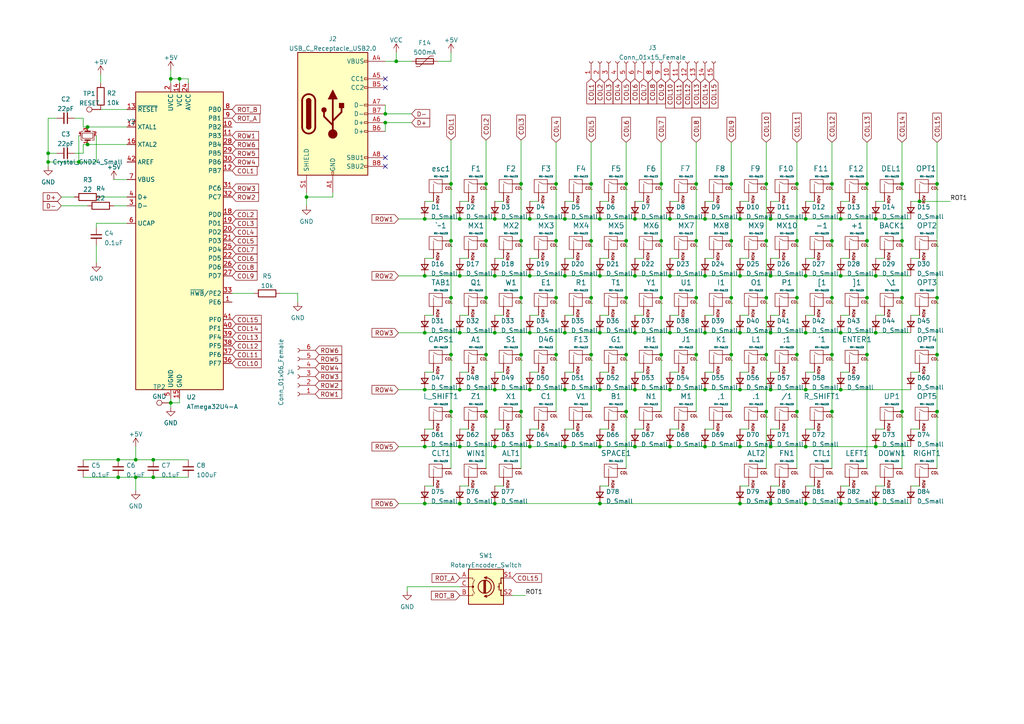
<source format=kicad_sch>
(kicad_sch (version 20211123) (generator eeschema)
  (paper "A4")
  (junction (at 222.25 102.87))
  (junction (at 261.62 53.34))
  (junction (at 143.51 113.03))
  (junction (at 25.4 41.91))
  (junction (at 173.99 63.5))
  (junction (at 181.61 69.85))
  (junction (at 133.35 63.5))
  (junction (at 39.37 133.35))
  (junction (at 254 146.05))
  (junction (at 130.81 86.36))
  (junction (at 233.68 63.5))
  (junction (at 204.47 113.03))
  (junction (at 173.99 113.03))
  (junction (at 201.93 69.85))
  (junction (at 143.51 80.01))
  (junction (at 34.29 138.43))
  (junction (at 241.3 119.38))
  (junction (at 133.35 129.54))
  (junction (at 163.83 80.01))
  (junction (at 231.14 69.85))
  (junction (at 251.46 69.85))
  (junction (at 163.83 96.52))
  (junction (at 243.84 96.52))
  (junction (at 212.09 53.34))
  (junction (at 111.76 35.56))
  (junction (at 254 80.01))
  (junction (at 191.77 53.34))
  (junction (at 223.52 96.52))
  (junction (at 133.35 113.03))
  (junction (at 173.99 96.52))
  (junction (at 173.99 146.05))
  (junction (at 231.14 53.34))
  (junction (at 123.19 80.01))
  (junction (at 171.45 69.85))
  (junction (at 181.61 102.87))
  (junction (at 194.31 129.54))
  (junction (at 161.29 86.36))
  (junction (at 223.52 113.03))
  (junction (at 251.46 102.87))
  (junction (at 201.93 53.34))
  (junction (at 231.14 102.87))
  (junction (at 123.19 113.03))
  (junction (at 194.31 80.01))
  (junction (at 130.81 69.85))
  (junction (at 163.83 129.54))
  (junction (at 204.47 63.5))
  (junction (at 161.29 53.34))
  (junction (at 34.29 133.35))
  (junction (at 231.14 119.38))
  (junction (at 222.25 86.36))
  (junction (at 261.62 119.38))
  (junction (at 153.67 113.03))
  (junction (at 151.13 119.38))
  (junction (at 271.78 102.87))
  (junction (at 243.84 146.05))
  (junction (at 254 129.54))
  (junction (at 233.68 80.01))
  (junction (at 233.68 113.03))
  (junction (at 222.25 119.38))
  (junction (at 114.935 17.78))
  (junction (at 223.52 63.5))
  (junction (at 49.53 116.84))
  (junction (at 44.45 133.35))
  (junction (at 44.45 138.43))
  (junction (at 153.67 63.5))
  (junction (at 181.61 86.36))
  (junction (at 194.31 63.5))
  (junction (at 233.68 146.05))
  (junction (at 241.3 69.85))
  (junction (at 111.76 33.02))
  (junction (at 254 96.52))
  (junction (at 140.97 69.85))
  (junction (at 140.97 86.36))
  (junction (at 143.51 96.52))
  (junction (at 181.61 53.34))
  (junction (at 233.68 96.52))
  (junction (at 233.68 129.54))
  (junction (at 39.37 138.43))
  (junction (at 266.7 58.42))
  (junction (at 140.97 102.87))
  (junction (at 52.07 22.86))
  (junction (at 123.19 63.5))
  (junction (at 133.35 146.05))
  (junction (at 243.84 80.01))
  (junction (at 161.29 102.87))
  (junction (at 184.15 80.01))
  (junction (at 191.77 102.87))
  (junction (at 171.45 86.36))
  (junction (at 123.19 129.54))
  (junction (at 251.46 86.36))
  (junction (at 254 63.5))
  (junction (at 25.4 36.83))
  (junction (at 261.62 86.36))
  (junction (at 212.09 69.85))
  (junction (at 201.93 102.87))
  (junction (at 133.35 96.52))
  (junction (at 214.63 96.52))
  (junction (at 143.51 63.5))
  (junction (at 241.3 86.36))
  (junction (at 204.47 96.52))
  (junction (at 13.97 46.99))
  (junction (at 143.51 146.05))
  (junction (at 151.13 69.85))
  (junction (at 251.46 53.34))
  (junction (at 214.63 113.03))
  (junction (at 191.77 86.36))
  (junction (at 171.45 53.34))
  (junction (at 231.14 86.36))
  (junction (at 163.83 63.5))
  (junction (at 201.93 86.36))
  (junction (at 184.15 129.54))
  (junction (at 130.81 102.87))
  (junction (at 204.47 129.54))
  (junction (at 49.53 22.86))
  (junction (at 191.77 69.85))
  (junction (at 222.25 69.85))
  (junction (at 214.63 146.05))
  (junction (at 271.78 86.36))
  (junction (at 173.99 129.54))
  (junction (at 223.52 80.01))
  (junction (at 151.13 86.36))
  (junction (at 184.15 63.5))
  (junction (at 133.35 80.01))
  (junction (at 243.84 113.03))
  (junction (at 88.9 57.15))
  (junction (at 143.51 129.54))
  (junction (at 171.45 102.87))
  (junction (at 173.99 80.01))
  (junction (at 243.84 63.5))
  (junction (at 212.09 102.87))
  (junction (at 181.61 119.38))
  (junction (at 261.62 69.85))
  (junction (at 13.97 44.45))
  (junction (at 151.13 53.34))
  (junction (at 241.3 102.87))
  (junction (at 194.31 96.52))
  (junction (at 222.25 53.34))
  (junction (at 123.19 96.52))
  (junction (at 241.3 53.34))
  (junction (at 184.15 96.52))
  (junction (at 163.83 113.03))
  (junction (at 271.78 53.34))
  (junction (at 214.63 63.5))
  (junction (at 22.86 46.99))
  (junction (at 194.31 113.03))
  (junction (at 214.63 80.01))
  (junction (at 153.67 80.01))
  (junction (at 184.15 113.03))
  (junction (at 153.67 96.52))
  (junction (at 204.47 80.01))
  (junction (at 130.81 53.34))
  (junction (at 271.78 119.38))
  (junction (at 140.97 119.38))
  (junction (at 223.52 129.54))
  (junction (at 212.09 86.36))
  (junction (at 123.19 146.05))
  (junction (at 130.81 119.38))
  (junction (at 153.67 129.54))
  (junction (at 161.29 69.85))
  (junction (at 214.63 129.54))
  (junction (at 140.97 53.34))
  (junction (at 223.52 146.05))
  (junction (at 151.13 102.87))
  (no_connect (at 111.76 45.72))
  (no_connect (at 111.76 22.86))
  (no_connect (at 111.76 25.4))
  (no_connect (at 111.76 48.26))
  (wire (pts (xy 29.21 31.75) (xy 36.83 31.75)))
  (wire (pts (xy 163.83 58.42) (xy 166.37 58.42)))
  (wire (pts (xy 163.83 107.95) (xy 166.37 107.95)))
  (wire (pts (xy 223.52 91.44) (xy 226.06 91.44)))
  (wire (pts (xy 115.57 113.03) (xy 123.19 113.03)))
  (wire (pts (xy 251.46 41.275) (xy 251.46 53.34)))
  (wire (pts (xy 24.13 34.29) (xy 24.13 36.83)))
  (wire (pts (xy 143.51 74.93) (xy 146.05 74.93)))
  (wire (pts (xy 123.19 146.05) (xy 133.35 146.05)))
  (wire (pts (xy 143.51 91.44) (xy 146.05 91.44)))
  (wire (pts (xy 241.3 53.34) (xy 241.3 69.85)))
  (wire (pts (xy 214.63 124.46) (xy 217.17 124.46)))
  (wire (pts (xy 123.19 129.54) (xy 133.35 129.54)))
  (wire (pts (xy 13.97 44.45) (xy 13.97 34.29)))
  (wire (pts (xy 148.59 172.72) (xy 152.4 172.72)))
  (wire (pts (xy 115.57 146.05) (xy 123.19 146.05)))
  (wire (pts (xy 88.9 55.88) (xy 88.9 57.15)))
  (wire (pts (xy 143.51 146.05) (xy 173.99 146.05)))
  (wire (pts (xy 34.29 138.43) (xy 39.37 138.43)))
  (wire (pts (xy 222.25 86.36) (xy 222.25 102.87)))
  (wire (pts (xy 27.94 46.99) (xy 22.86 46.99)))
  (wire (pts (xy 254 58.42) (xy 256.54 58.42)))
  (wire (pts (xy 204.47 91.44) (xy 207.01 91.44)))
  (wire (pts (xy 173.99 96.52) (xy 184.15 96.52)))
  (wire (pts (xy 49.53 116.84) (xy 49.53 118.11)))
  (wire (pts (xy 130.81 102.87) (xy 130.81 119.38)))
  (wire (pts (xy 243.84 113.03) (xy 264.16 113.03)))
  (wire (pts (xy 231.14 86.36) (xy 231.14 102.87)))
  (wire (pts (xy 130.81 53.34) (xy 130.81 69.85)))
  (wire (pts (xy 143.51 140.97) (xy 146.05 140.97)))
  (wire (pts (xy 214.63 113.03) (xy 223.52 113.03)))
  (wire (pts (xy 133.35 113.03) (xy 143.51 113.03)))
  (wire (pts (xy 29.21 21.59) (xy 29.21 24.13)))
  (wire (pts (xy 243.84 107.95) (xy 246.38 107.95)))
  (wire (pts (xy 243.84 146.05) (xy 254 146.05)))
  (wire (pts (xy 184.15 63.5) (xy 194.31 63.5)))
  (wire (pts (xy 214.63 74.93) (xy 217.17 74.93)))
  (wire (pts (xy 39.37 129.54) (xy 39.37 133.35)))
  (wire (pts (xy 111.76 17.78) (xy 114.935 17.78)))
  (wire (pts (xy 24.13 138.43) (xy 34.29 138.43)))
  (wire (pts (xy 114.935 17.78) (xy 119.38 17.78)))
  (wire (pts (xy 254 63.5) (xy 264.16 63.5)))
  (wire (pts (xy 123.19 74.93) (xy 125.73 74.93)))
  (wire (pts (xy 153.67 129.54) (xy 163.83 129.54)))
  (wire (pts (xy 261.62 41.275) (xy 261.62 53.34)))
  (wire (pts (xy 133.35 107.95) (xy 135.89 107.95)))
  (wire (pts (xy 254 74.93) (xy 256.54 74.93)))
  (wire (pts (xy 191.77 86.36) (xy 191.77 102.87)))
  (wire (pts (xy 233.68 124.46) (xy 236.22 124.46)))
  (wire (pts (xy 151.13 40.64) (xy 151.13 53.34)))
  (wire (pts (xy 153.67 107.95) (xy 156.21 107.95)))
  (wire (pts (xy 133.35 146.05) (xy 143.51 146.05)))
  (wire (pts (xy 251.46 86.36) (xy 251.46 102.87)))
  (wire (pts (xy 111.76 30.48) (xy 111.76 33.02)))
  (wire (pts (xy 271.78 119.38) (xy 271.78 135.89)))
  (wire (pts (xy 115.57 96.52) (xy 123.19 96.52)))
  (wire (pts (xy 153.67 124.46) (xy 156.21 124.46)))
  (wire (pts (xy 153.67 91.44) (xy 156.21 91.44)))
  (wire (pts (xy 204.47 129.54) (xy 214.63 129.54)))
  (wire (pts (xy 27.94 71.12) (xy 27.94 76.2)))
  (wire (pts (xy 233.68 58.42) (xy 236.22 58.42)))
  (wire (pts (xy 133.35 80.01) (xy 143.51 80.01)))
  (wire (pts (xy 22.86 39.37) (xy 22.86 46.99)))
  (wire (pts (xy 24.13 36.83) (xy 25.4 36.83)))
  (wire (pts (xy 163.83 96.52) (xy 173.99 96.52)))
  (wire (pts (xy 130.81 17.78) (xy 130.81 15.24)))
  (wire (pts (xy 231.14 119.38) (xy 231.14 135.89)))
  (wire (pts (xy 233.68 113.03) (xy 243.84 113.03)))
  (wire (pts (xy 204.47 63.5) (xy 214.63 63.5)))
  (wire (pts (xy 204.47 58.42) (xy 207.01 58.42)))
  (wire (pts (xy 161.29 41.275) (xy 161.29 53.34)))
  (wire (pts (xy 173.99 113.03) (xy 184.15 113.03)))
  (wire (pts (xy 17.78 57.15) (xy 21.59 57.15)))
  (wire (pts (xy 163.83 74.93) (xy 166.37 74.93)))
  (wire (pts (xy 173.99 74.93) (xy 176.53 74.93)))
  (wire (pts (xy 214.63 96.52) (xy 223.52 96.52)))
  (wire (pts (xy 24.13 133.35) (xy 34.29 133.35)))
  (wire (pts (xy 231.14 102.87) (xy 231.14 119.38)))
  (wire (pts (xy 194.31 107.95) (xy 196.85 107.95)))
  (wire (pts (xy 214.63 58.42) (xy 217.17 58.42)))
  (wire (pts (xy 241.3 102.87) (xy 241.3 119.38)))
  (wire (pts (xy 233.68 63.5) (xy 243.84 63.5)))
  (wire (pts (xy 115.57 63.5) (xy 123.19 63.5)))
  (wire (pts (xy 118.11 170.18) (xy 118.11 171.45)))
  (wire (pts (xy 13.97 46.99) (xy 13.97 44.45)))
  (wire (pts (xy 114.935 15.24) (xy 114.935 17.78)))
  (wire (pts (xy 143.51 124.46) (xy 146.05 124.46)))
  (wire (pts (xy 243.84 140.97) (xy 246.38 140.97)))
  (wire (pts (xy 24.13 44.45) (xy 24.13 41.91)))
  (wire (pts (xy 184.15 124.46) (xy 186.69 124.46)))
  (wire (pts (xy 241.3 119.38) (xy 241.3 135.89)))
  (wire (pts (xy 49.53 22.86) (xy 52.07 22.86)))
  (wire (pts (xy 223.52 113.03) (xy 233.68 113.03)))
  (wire (pts (xy 241.3 69.85) (xy 241.3 86.36)))
  (wire (pts (xy 212.09 41.275) (xy 212.09 53.34)))
  (wire (pts (xy 271.78 86.36) (xy 271.78 102.87)))
  (wire (pts (xy 163.83 91.44) (xy 166.37 91.44)))
  (wire (pts (xy 49.53 116.84) (xy 52.07 116.84)))
  (wire (pts (xy 143.51 63.5) (xy 153.67 63.5)))
  (wire (pts (xy 153.67 80.01) (xy 163.83 80.01)))
  (wire (pts (xy 194.31 74.93) (xy 196.85 74.93)))
  (wire (pts (xy 223.52 129.54) (xy 233.68 129.54)))
  (wire (pts (xy 171.45 41.275) (xy 171.45 53.34)))
  (wire (pts (xy 251.46 102.87) (xy 251.46 135.89)))
  (wire (pts (xy 173.99 58.42) (xy 176.53 58.42)))
  (wire (pts (xy 143.51 129.54) (xy 153.67 129.54)))
  (wire (pts (xy 254 140.97) (xy 256.54 140.97)))
  (wire (pts (xy 163.83 129.54) (xy 173.99 129.54)))
  (wire (pts (xy 133.35 58.42) (xy 135.89 58.42)))
  (wire (pts (xy 171.45 102.87) (xy 171.45 119.38)))
  (wire (pts (xy 184.15 96.52) (xy 194.31 96.52)))
  (wire (pts (xy 271.78 41.275) (xy 271.78 53.34)))
  (wire (pts (xy 233.68 80.01) (xy 243.84 80.01)))
  (wire (pts (xy 204.47 113.03) (xy 214.63 113.03)))
  (wire (pts (xy 161.29 86.36) (xy 161.29 102.87)))
  (wire (pts (xy 214.63 80.01) (xy 223.52 80.01)))
  (wire (pts (xy 161.29 69.85) (xy 161.29 86.36)))
  (wire (pts (xy 204.47 96.52) (xy 214.63 96.52)))
  (wire (pts (xy 133.35 63.5) (xy 143.51 63.5)))
  (wire (pts (xy 127 17.78) (xy 130.81 17.78)))
  (wire (pts (xy 201.93 69.85) (xy 201.93 86.36)))
  (wire (pts (xy 130.81 40.64) (xy 130.81 53.34)))
  (wire (pts (xy 254 129.54) (xy 264.16 129.54)))
  (wire (pts (xy 184.15 91.44) (xy 186.69 91.44)))
  (wire (pts (xy 34.29 133.35) (xy 39.37 133.35)))
  (wire (pts (xy 264.16 140.97) (xy 266.7 140.97)))
  (wire (pts (xy 254 146.05) (xy 264.16 146.05)))
  (wire (pts (xy 153.67 96.52) (xy 163.83 96.52)))
  (wire (pts (xy 52.07 22.86) (xy 52.07 24.13)))
  (wire (pts (xy 264.16 124.46) (xy 266.7 124.46)))
  (wire (pts (xy 151.13 119.38) (xy 151.13 135.89)))
  (wire (pts (xy 133.35 91.44) (xy 135.89 91.44)))
  (wire (pts (xy 223.52 96.52) (xy 233.68 96.52)))
  (wire (pts (xy 81.28 85.09) (xy 86.36 85.09)))
  (wire (pts (xy 194.31 96.52) (xy 204.47 96.52)))
  (wire (pts (xy 173.99 107.95) (xy 176.53 107.95)))
  (wire (pts (xy 153.67 113.03) (xy 163.83 113.03)))
  (wire (pts (xy 123.19 124.46) (xy 125.73 124.46)))
  (wire (pts (xy 214.63 146.05) (xy 223.52 146.05)))
  (wire (pts (xy 201.93 53.34) (xy 201.93 69.85)))
  (wire (pts (xy 184.15 113.03) (xy 194.31 113.03)))
  (wire (pts (xy 214.63 63.5) (xy 223.52 63.5)))
  (wire (pts (xy 130.81 119.38) (xy 130.81 135.89)))
  (wire (pts (xy 241.3 86.36) (xy 241.3 102.87)))
  (wire (pts (xy 223.52 63.5) (xy 233.68 63.5)))
  (wire (pts (xy 181.61 69.85) (xy 181.61 86.36)))
  (wire (pts (xy 214.63 140.97) (xy 217.17 140.97)))
  (wire (pts (xy 231.14 69.85) (xy 231.14 86.36)))
  (wire (pts (xy 123.19 80.01) (xy 133.35 80.01)))
  (wire (pts (xy 266.7 58.42) (xy 275.59 58.42)))
  (wire (pts (xy 223.52 107.95) (xy 226.06 107.95)))
  (wire (pts (xy 133.35 96.52) (xy 143.51 96.52)))
  (wire (pts (xy 21.59 44.45) (xy 24.13 44.45)))
  (wire (pts (xy 163.83 63.5) (xy 173.99 63.5)))
  (wire (pts (xy 233.68 146.05) (xy 243.84 146.05)))
  (wire (pts (xy 123.19 91.44) (xy 125.73 91.44)))
  (wire (pts (xy 111.76 35.56) (xy 111.76 38.1)))
  (wire (pts (xy 222.25 102.87) (xy 222.25 119.38)))
  (wire (pts (xy 143.51 107.95) (xy 146.05 107.95)))
  (wire (pts (xy 261.62 53.34) (xy 261.62 69.85)))
  (wire (pts (xy 271.78 69.85) (xy 271.78 86.36)))
  (wire (pts (xy 153.67 74.93) (xy 156.21 74.93)))
  (wire (pts (xy 49.53 22.86) (xy 49.53 24.13)))
  (wire (pts (xy 153.67 58.42) (xy 156.21 58.42)))
  (wire (pts (xy 261.62 119.38) (xy 261.62 135.89)))
  (wire (pts (xy 130.81 86.36) (xy 130.81 102.87)))
  (wire (pts (xy 184.15 74.93) (xy 186.69 74.93)))
  (wire (pts (xy 52.07 22.86) (xy 54.61 22.86)))
  (wire (pts (xy 140.97 53.34) (xy 140.97 69.85)))
  (wire (pts (xy 212.09 53.34) (xy 212.09 69.85)))
  (wire (pts (xy 233.68 91.44) (xy 236.22 91.44)))
  (wire (pts (xy 251.46 53.34) (xy 251.46 69.85)))
  (wire (pts (xy 111.76 35.56) (xy 119.38 35.56)))
  (wire (pts (xy 233.68 96.52) (xy 243.84 96.52)))
  (wire (pts (xy 184.15 58.42) (xy 186.69 58.42)))
  (wire (pts (xy 29.21 57.15) (xy 36.83 57.15)))
  (wire (pts (xy 243.84 80.01) (xy 254 80.01)))
  (wire (pts (xy 181.61 53.34) (xy 181.61 69.85)))
  (wire (pts (xy 181.61 86.36) (xy 181.61 102.87)))
  (wire (pts (xy 123.19 96.52) (xy 133.35 96.52)))
  (wire (pts (xy 86.36 85.09) (xy 86.36 87.63)))
  (wire (pts (xy 194.31 58.42) (xy 196.85 58.42)))
  (wire (pts (xy 194.31 124.46) (xy 196.85 124.46)))
  (wire (pts (xy 151.13 86.36) (xy 151.13 102.87)))
  (wire (pts (xy 33.02 52.07) (xy 36.83 52.07)))
  (wire (pts (xy 163.83 113.03) (xy 173.99 113.03)))
  (wire (pts (xy 264.16 107.95) (xy 266.7 107.95)))
  (wire (pts (xy 133.35 129.54) (xy 143.51 129.54)))
  (wire (pts (xy 140.97 119.38) (xy 140.97 135.89)))
  (wire (pts (xy 88.9 57.15) (xy 96.52 57.15)))
  (wire (pts (xy 115.57 129.54) (xy 123.19 129.54)))
  (wire (pts (xy 223.52 80.01) (xy 233.68 80.01)))
  (wire (pts (xy 171.45 69.85) (xy 171.45 86.36)))
  (wire (pts (xy 271.78 102.87) (xy 271.78 119.38)))
  (wire (pts (xy 140.97 40.64) (xy 140.97 53.34)))
  (wire (pts (xy 233.68 74.93) (xy 236.22 74.93)))
  (wire (pts (xy 173.99 140.97) (xy 176.53 140.97)))
  (wire (pts (xy 173.99 91.44) (xy 176.53 91.44)))
  (wire (pts (xy 13.97 44.45) (xy 16.51 44.45)))
  (wire (pts (xy 231.14 41.275) (xy 231.14 53.34)))
  (wire (pts (xy 123.19 140.97) (xy 125.73 140.97)))
  (wire (pts (xy 133.35 124.46) (xy 135.89 124.46)))
  (wire (pts (xy 212.09 102.87) (xy 212.09 119.38)))
  (wire (pts (xy 223.52 124.46) (xy 226.06 124.46)))
  (wire (pts (xy 123.19 113.03) (xy 133.35 113.03)))
  (wire (pts (xy 133.35 74.93) (xy 135.89 74.93)))
  (wire (pts (xy 222.25 53.34) (xy 222.25 69.85)))
  (wire (pts (xy 254 96.52) (xy 264.16 96.52)))
  (wire (pts (xy 194.31 113.03) (xy 204.47 113.03)))
  (wire (pts (xy 243.84 96.52) (xy 254 96.52)))
  (wire (pts (xy 191.77 69.85) (xy 191.77 86.36)))
  (wire (pts (xy 214.63 91.44) (xy 217.17 91.44)))
  (wire (pts (xy 163.83 80.01) (xy 173.99 80.01)))
  (wire (pts (xy 222.25 41.275) (xy 222.25 53.34)))
  (wire (pts (xy 194.31 91.44) (xy 196.85 91.44)))
  (wire (pts (xy 123.19 63.5) (xy 133.35 63.5)))
  (wire (pts (xy 243.84 58.42) (xy 246.38 58.42)))
  (wire (pts (xy 39.37 138.43) (xy 39.37 142.24)))
  (wire (pts (xy 49.53 115.57) (xy 49.53 116.84)))
  (wire (pts (xy 25.4 41.91) (xy 36.83 41.91)))
  (wire (pts (xy 171.45 53.34) (xy 171.45 69.85)))
  (wire (pts (xy 161.29 102.87) (xy 161.29 119.38)))
  (wire (pts (xy 67.31 85.09) (xy 73.66 85.09)))
  (wire (pts (xy 243.84 74.93) (xy 246.38 74.93)))
  (wire (pts (xy 201.93 86.36) (xy 201.93 102.87)))
  (wire (pts (xy 25.4 36.83) (xy 36.83 36.83)))
  (wire (pts (xy 49.53 20.32) (xy 49.53 22.86)))
  (wire (pts (xy 151.13 53.34) (xy 151.13 69.85)))
  (wire (pts (xy 254 80.01) (xy 264.16 80.01)))
  (wire (pts (xy 184.15 107.95) (xy 186.69 107.95)))
  (wire (pts (xy 233.68 129.54) (xy 254 129.54)))
  (wire (pts (xy 201.93 102.87) (xy 201.93 119.38)))
  (wire (pts (xy 223.52 140.97) (xy 226.06 140.97)))
  (wire (pts (xy 13.97 34.29) (xy 16.51 34.29)))
  (wire (pts (xy 39.37 133.35) (xy 44.45 133.35)))
  (wire (pts (xy 151.13 69.85) (xy 151.13 86.36)))
  (wire (pts (xy 21.59 34.29) (xy 24.13 34.29)))
  (wire (pts (xy 88.9 57.15) (xy 88.9 59.69)))
  (wire (pts (xy 151.13 102.87) (xy 151.13 119.38)))
  (wire (pts (xy 254 124.46) (xy 256.54 124.46)))
  (wire (pts (xy 44.45 133.35) (xy 54.61 133.35)))
  (wire (pts (xy 123.19 107.95) (xy 125.73 107.95)))
  (wire (pts (xy 204.47 74.93) (xy 207.01 74.93)))
  (wire (pts (xy 173.99 146.05) (xy 214.63 146.05)))
  (wire (pts (xy 133.35 170.18) (xy 118.11 170.18)))
  (wire (pts (xy 171.45 86.36) (xy 171.45 102.87)))
  (wire (pts (xy 191.77 53.34) (xy 191.77 69.85)))
  (wire (pts (xy 194.31 80.01) (xy 204.47 80.01)))
  (wire (pts (xy 44.45 138.43) (xy 54.61 138.43)))
  (wire (pts (xy 204.47 124.46) (xy 207.01 124.46)))
  (wire (pts (xy 212.09 86.36) (xy 212.09 102.87)))
  (wire (pts (xy 173.99 124.46) (xy 176.53 124.46)))
  (wire (pts (xy 194.31 129.54) (xy 204.47 129.54)))
  (wire (pts (xy 143.51 58.42) (xy 146.05 58.42)))
  (wire (pts (xy 271.78 53.34) (xy 271.78 69.85)))
  (wire (pts (xy 36.83 64.77) (xy 27.94 64.77)))
  (wire (pts (xy 173.99 129.54) (xy 184.15 129.54)))
  (wire (pts (xy 222.25 69.85) (xy 222.25 86.36)))
  (wire (pts (xy 27.94 64.77) (xy 27.94 66.04)))
  (wire (pts (xy 233.68 140.97) (xy 236.22 140.97)))
  (wire (pts (xy 161.29 53.34) (xy 161.29 69.85)))
  (wire (pts (xy 241.3 41.275) (xy 241.3 53.34)))
  (wire (pts (xy 140.97 69.85) (xy 140.97 86.36)))
  (wire (pts (xy 201.93 41.275) (xy 201.93 53.34)))
  (wire (pts (xy 261.62 69.85) (xy 261.62 86.36)))
  (wire (pts (xy 163.83 124.46) (xy 166.37 124.46)))
  (wire (pts (xy 231.14 53.34) (xy 231.14 69.85)))
  (wire (pts (xy 111.76 33.02) (xy 119.38 33.02)))
  (wire (pts (xy 115.57 80.01) (xy 123.19 80.01)))
  (wire (pts (xy 140.97 86.36) (xy 140.97 102.87)))
  (wire (pts (xy 27.94 39.37) (xy 27.94 46.99)))
  (wire (pts (xy 33.02 59.69) (xy 36.83 59.69)))
  (wire (pts (xy 264.16 58.42) (xy 266.7 58.42)))
  (wire (pts (xy 233.68 107.95) (xy 236.22 107.95)))
  (wire (pts (xy 39.37 138.43) (xy 44.45 138.43)))
  (wire (pts (xy 96.52 57.15) (xy 96.52 55.88)))
  (wire (pts (xy 184.15 129.54) (xy 194.31 129.54)))
  (wire (pts (xy 223.52 58.42) (xy 226.06 58.42)))
  (wire (pts (xy 204.47 80.01) (xy 214.63 80.01)))
  (wire (pts (xy 52.07 116.84) (xy 52.07 115.57)))
  (wire (pts (xy 123.19 58.42) (xy 125.73 58.42)))
  (wire (pts (xy 223.52 74.93) (xy 226.06 74.93)))
  (wire (pts (xy 261.62 86.36) (xy 261.62 119.38)))
  (wire (pts (xy 143.51 80.01) (xy 153.67 80.01)))
  (wire (pts (xy 251.46 69.85) (xy 251.46 86.36)))
  (wire (pts (xy 143.51 113.03) (xy 153.67 113.03)))
  (wire (pts (xy 181.61 41.275) (xy 181.61 53.34)))
  (wire (pts (xy 264.16 91.44) (xy 266.7 91.44)))
  (wire (pts (xy 153.67 63.5) (xy 163.83 63.5)))
  (wire (pts (xy 140.97 102.87) (xy 140.97 119.38)))
  (wire (pts (xy 133.35 140.97) (xy 135.89 140.97)))
  (wire (pts (xy 13.97 48.26) (xy 13.97 46.99)))
  (wire (pts (xy 24.13 41.91) (xy 25.4 41.91)))
  (wire (pts (xy 212.09 69.85) (xy 212.09 86.36)))
  (wire (pts (xy 130.81 69.85) (xy 130.81 86.36)))
  (wire (pts (xy 264.16 74.93) (xy 266.7 74.93)))
  (wire (pts (xy 17.78 59.69) (xy 25.4 59.69)))
  (wire (pts (xy 254 91.44) (xy 256.54 91.44)))
  (wire (pts (xy 214.63 129.54) (xy 223.52 129.54)))
  (wire (pts (xy 214.63 107.95) (xy 217.17 107.95)))
  (wire (pts (xy 184.15 80.01) (xy 194.31 80.01)))
  (wire (pts (xy 243.84 63.5) (xy 254 63.5)))
  (wire (pts (xy 191.77 102.87) (xy 191.77 119.38)))
  (wire (pts (xy 181.61 119.38) (xy 181.61 135.89)))
  (wire (pts (xy 22.86 46.99) (xy 13.97 46.99)))
  (wire (pts (xy 173.99 80.01) (xy 184.15 80.01)))
  (wire (pts (xy 143.51 96.52) (xy 153.67 96.52)))
  (wire (pts (xy 204.47 107.95) (xy 207.01 107.95)))
  (wire (pts (xy 181.61 102.87) (xy 181.61 119.38)))
  (wire (pts (xy 173.99 63.5) (xy 184.15 63.5)))
  (wire (pts (xy 194.31 63.5) (xy 204.47 63.5)))
  (wire (pts (xy 223.52 146.05) (xy 233.68 146.05)))
  (wire (pts (xy 243.84 91.44) (xy 246.38 91.44)))
  (wire (pts (xy 222.25 119.38) (xy 222.25 135.89)))
  (wire (pts (xy 191.77 41.275) (xy 191.77 53.34)))
  (wire (pts (xy 54.61 22.86) (xy 54.61 24.13)))
  (label "ROT1" (at 152.4 172.72 0))
  (label "ROT1" (at 275.59 58.42 0))
  (global_label "COL15" (shape input) (at 148.59 167.64 0) (property "Intersheet References" "${INTERSHEET_REFS}" (effects hide)))
  (global_label "COL3" (shape input) (at 176.53 22.86 270) (property "Intersheet References" "${INTERSHEET_REFS}" (effects hide)))
  (global_label "COL4" (shape input) (at 179.07 22.86 270) (property "Intersheet References" "${INTERSHEET_REFS}" (effects hide)))
  (global_label "ROT_A" (shape input) (at 133.35 167.64 180) (property "Intersheet References" "${INTERSHEET_REFS}" (effects hide)))
  (global_label "COL11" (shape input) (at 67.31 102.87 0) (property "Intersheet References" "${INTERSHEET_REFS}" (effects hide)))
  (global_label "COL13" (shape input) (at 251.46 41.275 90) (property "Intersheet References" "${INTERSHEET_REFS}" (effects hide)))
  (global_label "COL9" (shape input) (at 67.31 80.01 0) (property "Intersheet References" "${INTERSHEET_REFS}" (effects hide)))
  (global_label "COL6" (shape input) (at 181.61 41.275 90) (property "Intersheet References" "${INTERSHEET_REFS}" (effects hide)))
  (global_label "ROW1" (shape input) (at 115.57 63.5 180) (property "Intersheet References" "${INTERSHEET_REFS}" (effects hide)))
  (global_label "COL8" (shape input) (at 189.23 22.86 270) (property "Intersheet References" "${INTERSHEET_REFS}" (effects hide)))
  (global_label "COL11" (shape input) (at 196.85 22.86 270) (property "Intersheet References" "${INTERSHEET_REFS}" (effects hide)))
  (global_label "COL14" (shape input) (at 67.31 95.25 0) (property "Intersheet References" "${INTERSHEET_REFS}" (effects hide)))
  (global_label "COL9" (shape input) (at 191.77 22.86 270) (property "Intersheet References" "${INTERSHEET_REFS}" (effects hide)))
  (global_label "D+" (shape input) (at 17.78 57.15 180) (property "Intersheet References" "${INTERSHEET_REFS}" (effects hide)))
  (global_label "COL12" (shape input) (at 199.39 22.86 270) (property "Intersheet References" "${INTERSHEET_REFS}" (effects hide)))
  (global_label "COL12" (shape input) (at 67.31 100.33 0) (property "Intersheet References" "${INTERSHEET_REFS}" (effects hide)))
  (global_label "ROW1" (shape input) (at 91.44 114.3 0) (property "Intersheet References" "${INTERSHEET_REFS}" (effects hide)))
  (global_label "COL11" (shape input) (at 231.14 41.275 90) (property "Intersheet References" "${INTERSHEET_REFS}" (effects hide)))
  (global_label "ROW5" (shape input) (at 115.57 129.54 180) (property "Intersheet References" "${INTERSHEET_REFS}" (effects hide)))
  (global_label "COL13" (shape input) (at 201.93 22.86 270) (property "Intersheet References" "${INTERSHEET_REFS}" (effects hide)))
  (global_label "COL1" (shape input) (at 130.81 40.64 90) (property "Intersheet References" "${INTERSHEET_REFS}" (effects hide)))
  (global_label "ROW5" (shape input) (at 67.31 44.45 0) (property "Intersheet References" "${INTERSHEET_REFS}" (effects hide)))
  (global_label "COL13" (shape input) (at 67.31 97.79 0) (property "Intersheet References" "${INTERSHEET_REFS}" (effects hide)))
  (global_label "COL2" (shape input) (at 67.31 62.23 0) (property "Intersheet References" "${INTERSHEET_REFS}" (effects hide)))
  (global_label "ROW6" (shape input) (at 67.31 41.91 0) (property "Intersheet References" "${INTERSHEET_REFS}" (effects hide)))
  (global_label "ROW5" (shape input) (at 91.44 104.14 0) (property "Intersheet References" "${INTERSHEET_REFS}" (effects hide)))
  (global_label "COL5" (shape input) (at 67.31 69.85 0) (property "Intersheet References" "${INTERSHEET_REFS}" (effects hide)))
  (global_label "ROW4" (shape input) (at 91.44 106.68 0) (property "Intersheet References" "${INTERSHEET_REFS}" (effects hide)))
  (global_label "D-" (shape input) (at 17.78 59.69 180) (property "Intersheet References" "${INTERSHEET_REFS}" (effects hide)))
  (global_label "COL8" (shape input) (at 201.93 41.275 90) (property "Intersheet References" "${INTERSHEET_REFS}" (effects hide)))
  (global_label "COL7" (shape input) (at 186.69 22.86 270) (property "Intersheet References" "${INTERSHEET_REFS}" (effects hide)))
  (global_label "D-" (shape input) (at 119.38 33.02 0) (property "Intersheet References" "${INTERSHEET_REFS}" (effects hide)))
  (global_label "ROT_A" (shape input) (at 67.31 34.29 0) (property "Intersheet References" "${INTERSHEET_REFS}" (effects hide)))
  (global_label "D+" (shape input) (at 119.38 35.56 0) (property "Intersheet References" "${INTERSHEET_REFS}" (effects hide)))
  (global_label "ROW6" (shape input) (at 115.57 146.05 180) (property "Intersheet References" "${INTERSHEET_REFS}" (effects hide)))
  (global_label "COL12" (shape input) (at 241.3 41.275 90) (property "Intersheet References" "${INTERSHEET_REFS}" (effects hide)))
  (global_label "ROW6" (shape input) (at 91.44 101.6 0) (property "Intersheet References" "${INTERSHEET_REFS}" (effects hide)))
  (global_label "ROT_B" (shape input) (at 67.31 31.75 0) (property "Intersheet References" "${INTERSHEET_REFS}" (effects hide)))
  (global_label "COL10" (shape input) (at 194.31 22.86 270) (property "Intersheet References" "${INTERSHEET_REFS}" (effects hide)))
  (global_label "COL4" (shape input) (at 161.29 41.275 90) (property "Intersheet References" "${INTERSHEET_REFS}" (effects hide)))
  (global_label "COL8" (shape input) (at 67.31 77.47 0) (property "Intersheet References" "${INTERSHEET_REFS}" (effects hide)))
  (global_label "ROW3" (shape input) (at 115.57 96.52 180) (property "Intersheet References" "${INTERSHEET_REFS}" (effects hide)))
  (global_label "ROW3" (shape input) (at 91.44 109.22 0) (property "Intersheet References" "${INTERSHEET_REFS}" (effects hide)))
  (global_label "ROW4" (shape input) (at 115.57 113.03 180) (property "Intersheet References" "${INTERSHEET_REFS}" (effects hide)))
  (global_label "COL15" (shape input) (at 67.31 92.71 0) (property "Intersheet References" "${INTERSHEET_REFS}" (effects hide)))
  (global_label "ROW2" (shape input) (at 115.57 80.01 180) (property "Intersheet References" "${INTERSHEET_REFS}" (effects hide)))
  (global_label "COL2" (shape input) (at 173.99 22.86 270) (property "Intersheet References" "${INTERSHEET_REFS}" (effects hide)))
  (global_label "COL10" (shape input) (at 222.25 41.275 90) (property "Intersheet References" "${INTERSHEET_REFS}" (effects hide)))
  (global_label "ROW4" (shape input) (at 67.31 46.99 0) (property "Intersheet References" "${INTERSHEET_REFS}" (effects hide)))
  (global_label "COL7" (shape input) (at 67.31 72.39 0) (property "Intersheet References" "${INTERSHEET_REFS}" (effects hide)))
  (global_label "COL10" (shape input) (at 67.31 105.41 0) (property "Intersheet References" "${INTERSHEET_REFS}" (effects hide)))
  (global_label "COL4" (shape input) (at 67.31 67.31 0) (property "Intersheet References" "${INTERSHEET_REFS}" (effects hide)))
  (global_label "COL14" (shape input) (at 261.62 41.275 90) (property "Intersheet References" "${INTERSHEET_REFS}" (effects hide)))
  (global_label "ROW2" (shape input) (at 91.44 111.76 0) (property "Intersheet References" "${INTERSHEET_REFS}" (effects hide)))
  (global_label "COL5" (shape input) (at 171.45 41.275 90) (property "Intersheet References" "${INTERSHEET_REFS}" (effects hide)))
  (global_label "COL1" (shape input) (at 67.31 49.53 0) (property "Intersheet References" "${INTERSHEET_REFS}" (effects hide)))
  (global_label "ROT_B" (shape input) (at 133.35 172.72 180) (property "Intersheet References" "${INTERSHEET_REFS}" (effects hide)))
  (global_label "COL2" (shape input) (at 140.97 40.64 90) (property "Intersheet References" "${INTERSHEET_REFS}" (effects hide)))
  (global_label "ROW1" (shape input) (at 67.31 39.37 0) (property "Intersheet References" "${INTERSHEET_REFS}" (effects hide)))
  (global_label "COL15" (shape input) (at 207.01 22.86 270) (property "Intersheet References" "${INTERSHEET_REFS}" (effects hide)))
  (global_label "COL15" (shape input) (at 271.78 41.275 90) (property "Intersheet References" "${INTERSHEET_REFS}" (effects hide)))
  (global_label "COL3" (shape input) (at 67.31 64.77 0) (property "Intersheet References" "${INTERSHEET_REFS}" (effects hide)))
  (global_label "COL6" (shape input) (at 67.31 74.93 0) (property "Intersheet References" "${INTERSHEET_REFS}" (effects hide)))
  (global_label "COL5" (shape input) (at 181.61 22.86 270) (property "Intersheet References" "${INTERSHEET_REFS}" (effects hide)))
  (global_label "COL7" (shape input) (at 191.77 41.275 90) (property "Intersheet References" "${INTERSHEET_REFS}" (effects hide)))
  (global_label "COL1" (shape input) (at 171.45 22.86 270) (property "Intersheet References" "${INTERSHEET_REFS}" (effects hide)))
  (global_label "ROW3" (shape input) (at 67.31 54.61 0) (property "Intersheet References" "${INTERSHEET_REFS}" (effects hide)))
  (global_label "COL3" (shape input) (at 151.13 40.64 90) (property "Intersheet References" "${INTERSHEET_REFS}" (effects hide)))
  (global_label "COL14" (shape input) (at 204.47 22.86 270) (property "Intersheet References" "${INTERSHEET_REFS}" (effects hide)))
  (global_label "COL6" (shape input) (at 184.15 22.86 270) (property "Intersheet References" "${INTERSHEET_REFS}" (effects hide)))
  (global_label "ROW2" (shape input) (at 67.31 57.15 0) (property "Intersheet References" "${INTERSHEET_REFS}" (effects hide)))
  (global_label "COL9" (shape input) (at 212.09 41.275 90) (property "Intersheet References" "${INTERSHEET_REFS}" (effects hide)))
  (symbol (lib_id "Device:D_Small") (at 204.47 127 90) (unit 1)
    (property "Reference" "D69" (at 206.248 126.0915 90) (effects (justify right)))
    (property "Value" "D_Small" (at 206.248 128.8666 90) (effects (justify right)))
    (property "Footprint" "Diode_SMD:D_SOD-123" (effects hide))
  )
  (symbol (lib_id "MX_Alps_Hybrid:MX-NoLED") (at 227.33 104.14 0) (unit 1)
    (property "Reference" ";1" (at 228.2156 98.4465 0) (effects (font (size 1.524 1.524))))
    (property "Value" "MX-NoLED" (at 228.2156 100.7171 0) (effects (font (size 0.508 0.508))))
    (property "Footprint" "Switch_Keyboard_Kailh:SW_Hotswap_Kailh_1.00u" (effects hide))
  )
  (symbol (lib_id "Device:RotaryEncoder_Switch") (at 140.97 170.18 0) (unit 1)
    (property "Reference" "SW1" (at 140.97 161.1335 0))
    (property "Value" "RotaryEncoder_Switch" (at 140.97 163.9086 0))
    (property "Footprint" "Rotary_Encoder:RotaryEncoder_Alps_EC11E-Switch_Vertical_H20mm" (effects hide))
  )
  (symbol (lib_id "MX_Alps_Hybrid:MX-NoLED") (at 237.49 87.63 0) (unit 1)
    (property "Reference" "[1" (at 238.3756 81.9365 0) (effects (font (size 1.524 1.524))))
    (property "Value" "MX-NoLED" (at 238.3756 84.2071 0) (effects (font (size 0.508 0.508))))
    (property "Footprint" "Switch_Keyboard_Kailh:SW_Hotswap_Kailh_1.00u" (effects hide))
  )
  (symbol (lib_id "Device:D_Small") (at 254 93.98 90) (unit 1)
    (property "Reference" "D44" (at 255.778 93.0715 90) (effects (justify right)))
    (property "Value" "D_Small" (at 255.778 95.8466 90) (effects (justify right)))
    (property "Footprint" "Diode_SMD:D_SOD-123" (effects hide))
  )
  (symbol (lib_id "MX_Alps_Hybrid:MX-NoLED") (at 218.44 120.65 0) (unit 1)
    (property "Reference" ".1" (at 219.3256 114.9565 0) (effects (font (size 1.524 1.524))))
    (property "Value" "MX-NoLED" (at 219.3256 117.2271 0) (effects (font (size 0.508 0.508))))
    (property "Footprint" "Switch_Keyboard_Kailh:SW_Hotswap_Kailh_1.00u" (effects hide))
  )
  (symbol (lib_id "MX_Alps_Hybrid:MX-NoLED") (at 237.49 54.61 0) (unit 1)
    (property "Reference" "F11" (at 238.125 48.895 0) (effects (font (size 1.524 1.524))))
    (property "Value" "MX-NoLED" (at 238.3756 51.1871 0) (effects (font (size 0.508 0.508))))
    (property "Footprint" "Switch_Keyboard_Kailh:SW_Hotswap_Kailh_1.00u" (effects hide))
  )
  (symbol (lib_id "Device:D_Small") (at 214.63 110.49 90) (unit 1)
    (property "Reference" "D56" (at 216.408 109.5815 90) (effects (justify right)))
    (property "Value" "D_Small" (at 216.408 112.3566 90) (effects (justify right)))
    (property "Footprint" "Diode_SMD:D_SOD-123" (effects hide))
  )
  (symbol (lib_id "MX_Alps_Hybrid:MX-NoLED") (at 267.97 54.61 0) (unit 1)
    (property "Reference" "OPT1" (at 268.605 48.895 0) (effects (font (size 1.524 1.524))))
    (property "Value" "MX-NoLED" (at 268.8556 51.1871 0) (effects (font (size 0.508 0.508))))
    (property "Footprint" "Switch_Keyboard_Kailh:SW_Hotswap_Kailh_1.00u" (effects hide))
  )
  (symbol (lib_id "Connector:Conn_01x15_Female") (at 189.23 17.78 90) (unit 1)
    (property "Reference" "J3" (at 189.23 13.8643 90))
    (property "Value" "Conn_01x15_Female" (at 189.23 16.6394 90))
    (property "Footprint" "Connector_PinHeader_2.54mm:PinHeader_1x15_P2.54mm_Vertical" (effects hide))
  )
  (symbol (lib_id "Device:D_Small") (at 264.16 60.96 90) (unit 1)
    (property "Reference" "D15" (at 265.938 60.0515 90) (effects (justify right)))
    (property "Value" "D_Small" (at 265.938 62.8266 90) (effects (justify right)))
    (property "Footprint" "Diode_SMD:D_SOD-123" (effects hide))
  )
  (symbol (lib_id "Device:D_Small") (at 194.31 127 90) (unit 1)
    (property "Reference" "D68" (at 196.088 126.0915 90) (effects (justify right)))
    (property "Value" "D_Small" (at 196.088 128.8666 90) (effects (justify right)))
    (property "Footprint" "Diode_SMD:D_SOD-123" (effects hide))
  )
  (symbol (lib_id "Connector:TestPoint") (at 29.21 31.75 90) (unit 1)
    (property "Reference" "TP1" (at 25.908 27.1485 90))
    (property "Value" "RESET" (at 25.908 29.9236 90))
    (property "Footprint" "TestPoint:TestPoint_THTPad_D1.0mm_Drill0.5mm" (effects hide))
  )
  (symbol (lib_id "Device:D_Small") (at 214.63 93.98 90) (unit 1)
    (property "Reference" "D40" (at 216.408 93.0715 90) (effects (justify right)))
    (property "Value" "D_Small" (at 216.408 95.8466 90) (effects (justify right)))
    (property "Footprint" "Diode_SMD:D_SOD-123" (effects hide))
  )
  (symbol (lib_id "Device:D_Small") (at 133.35 77.47 90) (unit 1)
    (property "Reference" "D17" (at 135.128 76.5615 90) (effects (justify right)))
    (property "Value" "D_Small" (at 135.128 79.3366 90) (effects (justify right)))
    (property "Footprint" "Diode_SMD:D_SOD-123" (effects hide))
  )
  (symbol (lib_id "MX_Alps_Hybrid:MX-NoLED") (at 198.12 87.63 0) (unit 1)
    (property "Reference" "U1" (at 199.0056 81.9365 0) (effects (font (size 1.524 1.524))))
    (property "Value" "MX-NoLED" (at 199.0056 84.2071 0) (effects (font (size 0.508 0.508))))
    (property "Footprint" "Switch_Keyboard_Kailh:SW_Hotswap_Kailh_1.00u" (effects hide))
  )
  (symbol (lib_id "MX_Alps_Hybrid:MX-NoLED") (at 247.65 87.63 0) (unit 1)
    (property "Reference" "]1" (at 248.5356 81.9365 0) (effects (font (size 1.524 1.524))))
    (property "Value" "MX-NoLED" (at 248.5356 84.2071 0) (effects (font (size 0.508 0.508))))
    (property "Footprint" "Switch_Keyboard_Kailh:SW_Hotswap_Kailh_1.00u" (effects hide))
  )
  (symbol (lib_id "MX_Alps_Hybrid:MX-NoLED") (at 267.97 137.16 0) (unit 1)
    (property "Reference" "RIGHT1" (at 268.8556 131.4665 0) (effects (font (size 1.524 1.524))))
    (property "Value" "MX-NoLED" (at 268.8556 133.7371 0) (effects (font (size 0.508 0.508))))
    (property "Footprint" "Switch_Keyboard_Kailh:SW_Hotswap_Kailh_1.00u" (effects hide))
  )
  (symbol (lib_id "Device:R") (at 77.47 85.09 90) (unit 1)
    (property "Reference" "R5" (at 77.47 80.1075 90))
    (property "Value" "10k" (at 77.47 82.8826 90))
    (property "Footprint" "Resistor_SMD:R_0603_1608Metric" (effects hide))
  )
  (symbol (lib_id "Device:D_Small") (at 214.63 127 90) (unit 1)
    (property "Reference" "D70" (at 216.408 126.0915 90) (effects (justify right)))
    (property "Value" "D_Small" (at 216.408 128.8666 90) (effects (justify right)))
    (property "Footprint" "Diode_SMD:D_SOD-123" (effects hide))
  )
  (symbol (lib_id "Device:D_Small") (at 163.83 110.49 90) (unit 1)
    (property "Reference" "D51" (at 165.608 109.5815 90) (effects (justify right)))
    (property "Value" "D_Small" (at 165.608 112.3566 90) (effects (justify right)))
    (property "Footprint" "Diode_SMD:D_SOD-123" (effects hide))
  )
  (symbol (lib_id "MX_Alps_Hybrid:MX-NoLED") (at 227.33 71.12 0) (unit 1)
    (property "Reference" "MX10" (at 228.2156 65.4265 0) (effects (font (size 1.524 1.524))))
    (property "Value" "MX-NoLED" (at 228.2156 67.6971 0) (effects (font (size 0.508 0.508))))
    (property "Footprint" "Switch_Keyboard_Kailh:SW_Hotswap_Kailh_1.00u" (effects hide))
  )
  (symbol (lib_id "Device:D_Small") (at 173.99 60.96 90) (unit 1)
    (property "Reference" "D6" (at 175.768 60.0515 90) (effects (justify right)))
    (property "Value" "D_Small" (at 175.768 62.8266 90) (effects (justify right)))
    (property "Footprint" "Diode_SMD:D_SOD-123" (effects hide))
  )
  (symbol (lib_id "MX_Alps_Hybrid:MX-NoLED") (at 198.12 120.65 0) (unit 1)
    (property "Reference" "M1" (at 199.0056 114.9565 0) (effects (font (size 1.524 1.524))))
    (property "Value" "MX-NoLED" (at 199.0056 117.2271 0) (effects (font (size 0.508 0.508))))
    (property "Footprint" "Switch_Keyboard_Kailh:SW_Hotswap_Kailh_1.00u" (effects hide))
  )
  (symbol (lib_id "Device:D_Small") (at 153.67 93.98 90) (unit 1)
    (property "Reference" "D34" (at 155.448 93.0715 90) (effects (justify right)))
    (property "Value" "D_Small" (at 155.448 95.8466 90) (effects (justify right)))
    (property "Footprint" "Diode_SMD:D_SOD-123" (effects hide))
  )
  (symbol (lib_id "Device:D_Small") (at 233.68 93.98 90) (unit 1)
    (property "Reference" "D42" (at 235.458 93.0715 90) (effects (justify right)))
    (property "Value" "D_Small" (at 235.458 95.8466 90) (effects (justify right)))
    (property "Footprint" "Diode_SMD:D_SOD-123" (effects hide))
  )
  (symbol (lib_id "Device:D_Small") (at 123.19 127 90) (unit 1)
    (property "Reference" "D61" (at 124.968 126.0915 90) (effects (justify right)))
    (property "Value" "D_Small" (at 124.968 128.8666 90) (effects (justify right)))
    (property "Footprint" "Diode_SMD:D_SOD-123" (effects hide))
  )
  (symbol (lib_id "Device:D_Small") (at 123.19 110.49 90) (unit 1)
    (property "Reference" "D47" (at 124.968 109.5815 90) (effects (justify right)))
    (property "Value" "D_Small" (at 124.968 112.3566 90) (effects (justify right)))
    (property "Footprint" "Diode_SMD:D_SOD-123" (effects hide))
  )
  (symbol (lib_id "power:GND") (at 118.11 171.45 0) (unit 1)
    (property "Reference" "#PWR0110" (effects hide))
    (property "Value" "GND" (at 118.11 176.0125 0))
  )
  (symbol (lib_id "MX_Alps_Hybrid:MX-NoLED") (at 208.28 54.61 0) (unit 1)
    (property "Reference" "F8" (at 208.915 48.895 0) (effects (font (size 1.524 1.524))))
    (property "Value" "MX-NoLED" (at 209.1656 51.1871 0) (effects (font (size 0.508 0.508))))
    (property "Footprint" "Switch_Keyboard_Kailh:SW_Hotswap_Kailh_1.00u" (effects hide))
  )
  (symbol (lib_id "Device:D_Small") (at 243.84 110.49 90) (unit 1)
    (property "Reference" "D59" (at 245.618 109.5815 90) (effects (justify right)))
    (property "Value" "D_Small" (at 245.618 112.3566 90) (effects (justify right)))
    (property "Footprint" "Diode_SMD:D_SOD-123" (effects hide))
  )
  (symbol (lib_id "MX_Alps_Hybrid:MX-NoLED") (at 257.81 120.65 0) (unit 1)
    (property "Reference" "UP1" (at 258.6956 114.9565 0) (effects (font (size 1.524 1.524))))
    (property "Value" "MX-NoLED" (at 258.6956 117.2271 0) (effects (font (size 0.508 0.508))))
    (property "Footprint" "Switch_Keyboard_Kailh:SW_Hotswap_Kailh_1.00u" (effects hide))
  )
  (symbol (lib_id "MX_Alps_Hybrid:MX-NoLED") (at 198.12 54.61 0) (unit 1)
    (property "Reference" "F7" (at 198.755 48.895 0) (effects (font (size 1.524 1.524))))
    (property "Value" "MX-NoLED" (at 199.0056 51.1871 0) (effects (font (size 0.508 0.508))))
    (property "Footprint" "Switch_Keyboard_Kailh:SW_Hotswap_Kailh_1.00u" (effects hide))
  )
  (symbol (lib_id "power:GND") (at 86.36 87.63 0) (unit 1)
    (property "Reference" "#PWR0105" (effects hide))
    (property "Value" "GND" (at 86.36 92.1925 0))
  )
  (symbol (lib_id "MX_Alps_Hybrid:MX-NoLED") (at 198.12 71.12 0) (unit 1)
    (property "Reference" "MX7" (at 199.0056 65.4265 0) (effects (font (size 1.524 1.524))))
    (property "Value" "MX-NoLED" (at 199.0056 67.6971 0) (effects (font (size 0.508 0.508))))
    (property "Footprint" "Switch_Keyboard_Kailh:SW_Hotswap_Kailh_1.00u" (effects hide))
  )
  (symbol (lib_id "MX_Alps_Hybrid:MX-NoLED") (at 127 87.63 0) (unit 1)
    (property "Reference" "TAB1" (at 127.8856 81.9365 0) (effects (font (size 1.524 1.524))))
    (property "Value" "MX-NoLED" (at 127.8856 84.2071 0) (effects (font (size 0.508 0.508))))
    (property "Footprint" "Switch_Keyboard_Kailh:SW_Hotswap_Kailh_1.50u" (effects hide))
  )
  (symbol (lib_id "Device:D_Small") (at 204.47 60.96 90) (unit 1)
    (property "Reference" "D9" (at 206.248 60.0515 90) (effects (justify right)))
    (property "Value" "D_Small" (at 206.248 62.8266 90) (effects (justify right)))
    (property "Footprint" "Diode_SMD:D_SOD-123" (effects hide))
  )
  (symbol (lib_id "MX_Alps_Hybrid:MX-NoLED") (at 157.48 120.65 0) (unit 1)
    (property "Reference" "C1" (at 158.3656 114.9565 0) (effects (font (size 1.524 1.524))))
    (property "Value" "MX-NoLED" (at 158.3656 117.2271 0) (effects (font (size 0.508 0.508))))
    (property "Footprint" "Switch_Keyboard_Kailh:SW_Hotswap_Kailh_1.00u" (effects hide))
  )
  (symbol (lib_id "MX_Alps_Hybrid:MX-NoLED") (at 127 54.61 0) (unit 1)
    (property "Reference" "esc1" (at 127.8856 48.9165 0) (effects (font (size 1.524 1.524))))
    (property "Value" "MX-NoLED" (at 127.8856 51.1871 0) (effects (font (size 0.508 0.508))))
    (property "Footprint" "Switch_Keyboard_Kailh:SW_Hotswap_Kailh_1.00u" (effects hide))
  )
  (symbol (lib_id "Device:D_Small") (at 173.99 143.51 90) (unit 1)
    (property "Reference" "D78" (at 175.768 142.6015 90) (effects (justify right)))
    (property "Value" "D_Small" (at 175.768 145.3766 90) (effects (justify right)))
    (property "Footprint" "Diode_SMD:D_SOD-123" (effects hide))
  )
  (symbol (lib_id "Device:D_Small") (at 173.99 110.49 90) (unit 1)
    (property "Reference" "D52" (at 175.768 109.5815 90) (effects (justify right)))
    (property "Value" "D_Small" (at 175.768 112.3566 90) (effects (justify right)))
    (property "Footprint" "Diode_SMD:D_SOD-123" (effects hide))
  )
  (symbol (lib_id "MX_Alps_Hybrid:MX-NoLED") (at 227.33 120.65 0) (unit 1)
    (property "Reference" "/1" (at 228.2156 114.9565 0) (effects (font (size 1.524 1.524))))
    (property "Value" "MX-NoLED" (at 228.2156 117.2271 0) (effects (font (size 0.508 0.508))))
    (property "Footprint" "Switch_Keyboard_Kailh:SW_Hotswap_Kailh_1.00u" (effects hide))
  )
  (symbol (lib_id "Device:C_Small") (at 44.45 135.89 0) (unit 1)
    (property "Reference" "C7" (at 46.7741 134.9878 0) (effects (justify left)))
    (property "Value" "0.1uF" (at 46.7741 137.7629 0) (effects (justify left)))
    (property "Footprint" "Capacitor_SMD:C_0603_1608Metric" (effects hide))
  )
  (symbol (lib_id "Device:D_Small") (at 223.52 93.98 90) (unit 1)
    (property "Reference" "D41" (at 225.298 93.0715 90) (effects (justify right)))
    (property "Value" "D_Small" (at 225.298 95.8466 90) (effects (justify right)))
    (property "Footprint" "Diode_SMD:D_SOD-123" (effects hide))
  )
  (symbol (lib_id "Device:D_Small") (at 153.67 77.47 90) (unit 1)
    (property "Reference" "D19" (at 155.448 76.5615 90) (effects (justify right)))
    (property "Value" "D_Small" (at 155.448 79.3366 90) (effects (justify right)))
    (property "Footprint" "Diode_SMD:D_SOD-123" (effects hide))
  )
  (symbol (lib_id "Connector:USB_C_Receptacle_USB2.0") (at 96.52 33.02 0) (unit 1)
    (property "Reference" "J2" (at 96.52 11.2735 0))
    (property "Value" "USB_C_Receptacle_USB2.0" (at 96.52 14.0486 0))
    (property "Footprint" "Connector_USB:USB_C_Receptacle_GCT_USB4085" (effects hide))
    (property "Datasheet" "https://www.usb.org/sites/default/files/documents/usb_type-c.zip" (effects hide))
  )
  (symbol (lib_id "power:+5V") (at 39.37 129.54 0) (unit 1)
    (property "Reference" "#PWR0103" (effects hide))
    (property "Value" "+5V" (at 39.37 125.9355 0))
  )
  (symbol (lib_id "Device:D_Small") (at 264.16 143.51 90) (unit 1)
    (property "Reference" "D84" (at 265.938 142.6015 90) (effects (justify right)))
    (property "Value" "D_Small" (at 265.938 145.3766 90) (effects (justify right)))
    (property "Footprint" "Diode_SMD:D_SOD-123" (effects hide))
  )
  (symbol (lib_id "Device:D_Small") (at 264.16 110.49 90) (unit 1)
    (property "Reference" "D60" (at 265.938 109.5815 90) (effects (justify right)))
    (property "Value" "D_Small" (at 265.938 112.3566 90) (effects (justify right)))
    (property "Footprint" "Diode_SMD:D_SOD-123" (effects hide))
  )
  (symbol (lib_id "Device:D_Small") (at 184.15 127 90) (unit 1)
    (property "Reference" "D67" (at 185.928 126.0915 90) (effects (justify right)))
    (property "Value" "D_Small" (at 185.928 128.8666 90) (effects (justify right)))
    (property "Footprint" "Diode_SMD:D_SOD-123" (effects hide))
  )
  (symbol (lib_id "Device:D_Small") (at 184.15 110.49 90) (unit 1)
    (property "Reference" "D53" (at 185.928 109.5815 90) (effects (justify right)))
    (property "Value" "D_Small" (at 185.928 112.3566 90) (effects (justify right)))
    (property "Footprint" "Diode_SMD:D_SOD-123" (effects hide))
  )
  (symbol (lib_id "MX_Alps_Hybrid:MX-NoLED") (at 137.16 87.63 0) (unit 1)
    (property "Reference" "Q1" (at 138.0456 81.9365 0) (effects (font (size 1.524 1.524))))
    (property "Value" "MX-NoLED" (at 138.0456 84.2071 0) (effects (font (size 0.508 0.508))))
    (property "Footprint" "Switch_Keyboard_Kailh:SW_Hotswap_Kailh_1.00u" (effects hide))
  )
  (symbol (lib_id "Device:D_Small") (at 243.84 77.47 90) (unit 1)
    (property "Reference" "D28" (at 245.618 76.5615 90) (effects (justify right)))
    (property "Value" "D_Small" (at 245.618 79.3366 90) (effects (justify right)))
    (property "Footprint" "Diode_SMD:D_SOD-123" (effects hide))
  )
  (symbol (lib_id "MX_Alps_Hybrid:MX-NoLED") (at 267.97 71.12 0) (unit 1)
    (property "Reference" "OPT2" (at 268.8556 65.4265 0) (effects (font (size 1.524 1.524))))
    (property "Value" "MX-NoLED" (at 268.8556 67.6971 0) (effects (font (size 0.508 0.508))))
    (property "Footprint" "Switch_Keyboard_Kailh:SW_Hotswap_Kailh_1.00u" (effects hide))
  )
  (symbol (lib_id "MX_Alps_Hybrid:MX-NoLED") (at 218.44 87.63 0) (unit 1)
    (property "Reference" "O1" (at 219.3256 81.9365 0) (effects (font (size 1.524 1.524))))
    (property "Value" "MX-NoLED" (at 219.3256 84.2071 0) (effects (font (size 0.508 0.508))))
    (property "Footprint" "Switch_Keyboard_Kailh:SW_Hotswap_Kailh_1.00u" (effects hide))
  )
  (symbol (lib_id "Device:D_Small") (at 153.67 60.96 90) (unit 1)
    (property "Reference" "D4" (at 155.448 60.0515 90) (effects (justify right)))
    (property "Value" "D_Small" (at 155.448 62.8266 90) (effects (justify right)))
    (property "Footprint" "Diode_SMD:D_SOD-123" (effects hide))
  )
  (symbol (lib_id "Device:D_Small") (at 143.51 93.98 90) (unit 1)
    (property "Reference" "D33" (at 145.288 93.0715 90) (effects (justify right)))
    (property "Value" "D_Small" (at 145.288 95.8466 90) (effects (justify right)))
    (property "Footprint" "Diode_SMD:D_SOD-123" (effects hide))
  )
  (symbol (lib_id "Device:D_Small") (at 243.84 60.96 90) (unit 1)
    (property "Reference" "D13" (at 245.618 60.0515 90) (effects (justify right)))
    (property "Value" "D_Small" (at 245.618 62.8266 90) (effects (justify right)))
    (property "Footprint" "Diode_SMD:D_SOD-123" (effects hide))
  )
  (symbol (lib_id "Device:D_Small") (at 133.35 60.96 90) (unit 1)
    (property "Reference" "D2" (at 135.128 60.0515 90) (effects (justify right)))
    (property "Value" "D_Small" (at 135.128 62.8266 90) (effects (justify right)))
    (property "Footprint" "Diode_SMD:D_SOD-123" (effects hide))
  )
  (symbol (lib_id "Device:D_Small") (at 204.47 77.47 90) (unit 1)
    (property "Reference" "D24" (at 206.248 76.5615 90) (effects (justify right)))
    (property "Value" "D_Small" (at 206.248 79.3366 90) (effects (justify right)))
    (property "Footprint" "Diode_SMD:D_SOD-123" (effects hide))
  )
  (symbol (lib_id "Device:D_Small") (at 184.15 60.96 90) (unit 1)
    (property "Reference" "D7" (at 185.928 60.0515 90) (effects (justify right)))
    (property "Value" "D_Small" (at 185.928 62.8266 90) (effects (justify right)))
    (property "Footprint" "Diode_SMD:D_SOD-123" (effects hide))
  )
  (symbol (lib_id "MX_Alps_Hybrid:MX-NoLED") (at 267.97 104.14 0) (unit 1)
    (property "Reference" "OPT4" (at 268.8556 98.4465 0) (effects (font (size 1.524 1.524))))
    (property "Value" "MX-NoLED" (at 268.8556 100.7171 0) (effects (font (size 0.508 0.508))))
    (property "Footprint" "Switch_Keyboard_Kailh:SW_Hotswap_Kailh_1.00u" (effects hide))
  )
  (symbol (lib_id "MX_Alps_Hybrid:MX-NoLED") (at 237.49 104.14 0) (unit 1)
    (property "Reference" "'1" (at 238.3756 98.4465 0) (effects (font (size 1.524 1.524))))
    (property "Value" "MX-NoLED" (at 238.3756 100.7171 0) (effects (font (size 0.508 0.508))))
    (property "Footprint" "Switch_Keyboard_Kailh:SW_Hotswap_Kailh_1.00u" (effects hide))
  )
  (symbol (lib_id "Device:D_Small") (at 173.99 93.98 90) (unit 1)
    (property "Reference" "D36" (at 175.768 93.0715 90) (effects (justify right)))
    (property "Value" "D_Small" (at 175.768 95.8466 90) (effects (justify right)))
    (property "Footprint" "Diode_SMD:D_SOD-123" (effects hide))
  )
  (symbol (lib_id "power:GND") (at 13.97 48.26 0) (unit 1)
    (property "Reference" "#PWR0109" (effects hide))
    (property "Value" "GND" (at 13.97 52.8225 0))
  )
  (symbol (lib_id "MX_Alps_Hybrid:MX-NoLED") (at 177.8 54.61 0) (unit 1)
    (property "Reference" "F5" (at 178.6856 48.9165 0) (effects (font (size 1.524 1.524))))
    (property "Value" "MX-NoLED" (at 178.6856 51.1871 0) (effects (font (size 0.508 0.508))))
    (property "Footprint" "Switch_Keyboard_Kailh:SW_Hotswap_Kailh_1.00u" (effects hide))
  )
  (symbol (lib_id "MX_Alps_Hybrid:MX-NoLED") (at 137.16 104.14 0) (unit 1)
    (property "Reference" "A1" (at 138.0456 98.4465 0) (effects (font (size 1.524 1.524))))
    (property "Value" "MX-NoLED" (at 138.0456 100.7171 0) (effects (font (size 0.508 0.508))))
    (property "Footprint" "Switch_Keyboard_Kailh:SW_Hotswap_Kailh_1.00u" (effects hide))
  )
  (symbol (lib_id "MX_Alps_Hybrid:MX-NoLED") (at 157.48 54.61 0) (unit 1)
    (property "Reference" "F3" (at 158.3656 48.9165 0) (effects (font (size 1.524 1.524))))
    (property "Value" "MX-NoLED" (at 158.3656 51.1871 0) (effects (font (size 0.508 0.508))))
    (property "Footprint" "Switch_Keyboard_Kailh:SW_Hotswap_Kailh_1.00u" (effects hide))
  )
  (symbol (lib_id "Device:D_Small") (at 133.35 110.49 90) (unit 1)
    (property "Reference" "D48" (at 135.128 109.5815 90) (effects (justify right)))
    (property "Value" "D_Small" (at 135.128 112.3566 90) (effects (justify right)))
    (property "Footprint" "Diode_SMD:D_SOD-123" (effects hide))
  )
  (symbol (lib_id "Device:D_Small") (at 223.52 110.49 90) (unit 1)
    (property "Reference" "D57" (at 225.298 109.5815 90) (effects (justify right)))
    (property "Value" "D_Small" (at 225.298 112.3566 90) (effects (justify right)))
    (property "Footprint" "Diode_SMD:D_SOD-123" (effects hide))
  )
  (symbol (lib_id "MX_Alps_Hybrid:MX-NoLED") (at 247.65 137.16 0) (unit 1)
    (property "Reference" "LEFT1" (at 248.5356 131.4665 0) (effects (font (size 1.524 1.524))))
    (property "Value" "MX-NoLED" (at 248.5356 133.7371 0) (effects (font (size 0.508 0.508))))
    (property "Footprint" "Switch_Keyboard_Kailh:SW_Hotswap_Kailh_1.00u" (effects hide))
  )
  (symbol (lib_id "Device:D_Small") (at 133.35 143.51 90) (unit 1)
    (property "Reference" "D76" (at 135.128 142.6015 90) (effects (justify right)))
    (property "Value" "D_Small" (at 135.128 145.3766 90) (effects (justify right)))
    (property "Footprint" "Diode_SMD:D_SOD-123" (effects hide))
  )
  (symbol (lib_id "Device:D_Small") (at 194.31 93.98 90) (unit 1)
    (property "Reference" "D38" (at 196.088 93.0715 90) (effects (justify right)))
    (property "Value" "D_Small" (at 196.088 95.8466 90) (effects (justify right)))
    (property "Footprint" "Diode_SMD:D_SOD-123" (effects hide))
  )
  (symbol (lib_id "Device:D_Small") (at 194.31 60.96 90) (unit 1)
    (property "Reference" "D8" (at 196.088 60.0515 90) (effects (justify right)))
    (property "Value" "D_Small" (at 196.088 62.8266 90) (effects (justify right)))
    (property "Footprint" "Diode_SMD:D_SOD-123" (effects hide))
  )
  (symbol (lib_id "MX_Alps_Hybrid:MX-NoLED") (at 257.81 54.61 0) (unit 1)
    (property "Reference" "DEL1" (at 258.445 48.895 0) (effects (font (size 1.524 1.524))))
    (property "Value" "MX-NoLED" (at 258.6956 51.1871 0) (effects (font (size 0.508 0.508))))
    (property "Footprint" "Switch_Keyboard_Kailh:SW_Hotswap_Kailh_1.00u" (effects hide))
  )
  (symbol (lib_id "MX_Alps_Hybrid:MX-NoLED") (at 137.16 71.12 0) (unit 1)
    (property "Reference" "MX1" (at 138.0456 65.4265 0) (effects (font (size 1.524 1.524))))
    (property "Value" "MX-NoLED" (at 138.0456 67.6971 0) (effects (font (size 0.508 0.508))))
    (property "Footprint" "Switch_Keyboard_Kailh:SW_Hotswap_Kailh_1.00u" (effects hide))
  )
  (symbol (lib_id "MX_Alps_Hybrid:MX-NoLED") (at 177.8 104.14 0) (unit 1)
    (property "Reference" "G1" (at 178.6856 98.4465 0) (effects (font (size 1.524 1.524))))
    (property "Value" "MX-NoLED" (at 178.6856 100.7171 0) (effects (font (size 0.508 0.508))))
    (property "Footprint" "Switch_Keyboard_Kailh:SW_Hotswap_Kailh_1.00u" (effects hide))
  )
  (symbol (lib_id "Device:D_Small") (at 133.35 93.98 90) (unit 1)
    (property "Reference" "D32" (at 135.128 93.0715 90) (effects (justify right)))
    (property "Value" "D_Small" (at 135.128 95.8466 90) (effects (justify right)))
    (property "Footprint" "Diode_SMD:D_SOD-123" (effects hide))
  )
  (symbol (lib_id "MX_Alps_Hybrid:MX-NoLED") (at 147.32 104.14 0) (unit 1)
    (property "Reference" "S1" (at 148.2056 98.4465 0) (effects (font (size 1.524 1.524))))
    (property "Value" "MX-NoLED" (at 148.2056 100.7171 0) (effects (font (size 0.508 0.508))))
    (property "Footprint" "Switch_Keyboard_Kailh:SW_Hotswap_Kailh_1.00u" (effects hide))
  )
  (symbol (lib_id "MX_Alps_Hybrid:MX-NoLED") (at 247.65 54.61 0) (unit 1)
    (property "Reference" "F12" (at 248.285 48.895 0) (effects (font (size 1.524 1.524))))
    (property "Value" "MX-NoLED" (at 248.5356 51.1871 0) (effects (font (size 0.508 0.508))))
    (property "Footprint" "Switch_Keyboard_Kailh:SW_Hotswap_Kailh_1.00u" (effects hide))
  )
  (symbol (lib_id "MX_Alps_Hybrid:MX-NoLED") (at 127 104.14 0) (unit 1)
    (property "Reference" "CAPS1" (at 127.8856 98.4465 0) (effects (font (size 1.524 1.524))))
    (property "Value" "MX-NoLED" (at 127.8856 100.7171 0) (effects (font (size 0.508 0.508))))
    (property "Footprint" "Switch_Keyboard_Kailh:SW_Hotswap_Kailh_1.75u" (effects hide))
  )
  (symbol (lib_id "MX_Alps_Hybrid:MX-NoLED") (at 177.8 87.63 0) (unit 1)
    (property "Reference" "T1" (at 178.6856 81.9365 0) (effects (font (size 1.524 1.524))))
    (property "Value" "MX-NoLED" (at 178.6856 84.2071 0) (effects (font (size 0.508 0.508))))
    (property "Footprint" "Switch_Keyboard_Kailh:SW_Hotswap_Kailh_1.00u" (effects hide))
  )
  (symbol (lib_id "Device:D_Small") (at 194.31 110.49 90) (unit 1)
    (property "Reference" "D54" (at 196.088 109.5815 90) (effects (justify right)))
    (property "Value" "D_Small" (at 196.088 112.3566 90) (effects (justify right)))
    (property "Footprint" "Diode_SMD:D_SOD-123" (effects hide))
  )
  (symbol (lib_id "MX_Alps_Hybrid:MX-NoLED") (at 167.64 104.14 0) (unit 1)
    (property "Reference" "F13" (at 168.5256 98.4465 0) (effects (font (size 1.524 1.524))))
    (property "Value" "MX-NoLED" (at 168.5256 100.7171 0) (effects (font (size 0.508 0.508))))
    (property "Footprint" "Switch_Keyboard_Kailh:SW_Hotswap_Kailh_1.00u" (effects hide))
  )
  (symbol (lib_id "MX_Alps_Hybrid:MX-NoLED") (at 137.16 137.16 0) (unit 1)
    (property "Reference" "WIN1" (at 138.0456 131.4665 0) (effects (font (size 1.524 1.524))))
    (property "Value" "MX-NoLED" (at 138.0456 133.7371 0) (effects (font (size 0.508 0.508))))
    (property "Footprint" "Switch_Keyboard_Kailh:SW_Hotswap_Kailh_1.25u" (effects hide))
  )
  (symbol (lib_id "MX_Alps_Hybrid:MX-NoLED") (at 237.49 71.12 0) (unit 1)
    (property "Reference" "-1" (at 238.3756 65.4265 0) (effects (font (size 1.524 1.524))))
    (property "Value" "MX-NoLED" (at 238.3756 67.6971 0) (effects (font (size 0.508 0.508))))
    (property "Footprint" "Switch_Keyboard_Kailh:SW_Hotswap_Kailh_1.00u" (effects hide))
  )
  (symbol (lib_id "Device:D_Small") (at 173.99 127 90) (unit 1)
    (property "Reference" "D66" (at 175.768 126.0915 90) (effects (justify right)))
    (property "Value" "D_Small" (at 175.768 128.8666 90) (effects (justify right)))
    (property "Footprint" "Diode_SMD:D_SOD-123" (effects hide))
  )
  (symbol (lib_id "MX_Alps_Hybrid:MX-NoLED") (at 157.48 87.63 0) (unit 1)
    (property "Reference" "E1" (at 158.3656 81.9365 0) (effects (font (size 1.524 1.524))))
    (property "Value" "MX-NoLED" (at 158.3656 84.2071 0) (effects (font (size 0.508 0.508))))
    (property "Footprint" "Switch_Keyboard_Kailh:SW_Hotswap_Kailh_1.00u" (effects hide))
  )
  (symbol (lib_id "Device:D_Small") (at 123.19 77.47 90) (unit 1)
    (property "Reference" "D16" (at 124.968 76.5615 90) (effects (justify right)))
    (property "Value" "D_Small" (at 124.968 79.3366 90) (effects (justify right)))
    (property "Footprint" "Diode_SMD:D_SOD-123" (effects hide))
  )
  (symbol (lib_id "MX_Alps_Hybrid:MX-NoLED") (at 127 137.16 0) (unit 1)
    (property "Reference" "CLT1" (at 127.8856 131.4665 0) (effects (font (size 1.524 1.524))))
    (property "Value" "MX-NoLED" (at 127.8856 133.7371 0) (effects (font (size 0.508 0.508))))
    (property "Footprint" "Switch_Keyboard_Kailh:SW_Hotswap_Kailh_1.25u" (effects hide))
  )
  (symbol (lib_id "Device:D_Small") (at 143.51 127 90) (unit 1)
    (property "Reference" "D63" (at 145.288 126.0915 90) (effects (justify right)))
    (property "Value" "D_Small" (at 145.288 128.8666 90) (effects (justify right)))
    (property "Footprint" "Diode_SMD:D_SOD-123" (effects hide))
  )
  (symbol (lib_id "MX_Alps_Hybrid:MX-NoLED") (at 127 120.65 0) (unit 1)
    (property "Reference" "L_SHIFT1" (at 127.8856 114.9565 0) (effects (font (size 1.524 1.524))))
    (property "Value" "MX-NoLED" (at 127.8856 117.2271 0) (effects (font (size 0.508 0.508))))
    (property "Footprint" "Switch_Keyboard_Kailh:SW_Hotswap_Kailh_2.25u" (effects hide))
  )
  (symbol (lib_id "MX_Alps_Hybrid:MX-NoLED") (at 167.64 71.12 0) (unit 1)
    (property "Reference" "MX4" (at 168.5256 65.4265 0) (effects (font (size 1.524 1.524))))
    (property "Value" "MX-NoLED" (at 168.5256 67.6971 0) (effects (font (size 0.508 0.508))))
    (property "Footprint" "Switch_Keyboard_Kailh:SW_Hotswap_Kailh_1.00u" (effects hide))
  )
  (symbol (lib_id "MX_Alps_Hybrid:MX-NoLED") (at 187.96 54.61 0) (unit 1)
    (property "Reference" "F6" (at 188.8456 48.9165 0) (effects (font (size 1.524 1.524))))
    (property "Value" "MX-NoLED" (at 188.8456 51.1871 0) (effects (font (size 0.508 0.508))))
    (property "Footprint" "Switch_Keyboard_Kailh:SW_Hotswap_Kailh_1.00u" (effects hide))
  )
  (symbol (lib_id "MX_Alps_Hybrid:MX-NoLED") (at 257.81 137.16 0) (unit 1)
    (property "Reference" "DOWN1" (at 258.6956 131.4665 0) (effects (font (size 1.524 1.524))))
    (property "Value" "MX-NoLED" (at 258.6956 133.7371 0) (effects (font (size 0.508 0.508))))
    (property "Footprint" "Switch_Keyboard_Kailh:SW_Hotswap_Kailh_1.00u" (effects hide))
  )
  (symbol (lib_id "Device:R") (at 29.21 59.69 90) (unit 1)
    (property "Reference" "R4" (at 29.21 54.7075 90))
    (property "Value" "22" (at 29.21 57.4826 90))
    (property "Footprint" "Resistor_SMD:R_0603_1608Metric" (effects hide))
  )
  (symbol (lib_id "Device:D_Small") (at 123.19 93.98 90) (unit 1)
    (property "Reference" "D31" (at 124.968 93.0715 90) (effects (justify right)))
    (property "Value" "D_Small" (at 124.968 95.8466 90) (effects (justify right)))
    (property "Footprint" "Diode_SMD:D_SOD-123" (effects hide))
  )
  (symbol (lib_id "Device:D_Small") (at 254 77.47 90) (unit 1)
    (property "Reference" "D29" (at 255.778 76.5615 90) (effects (justify right)))
    (property "Value" "D_Small" (at 255.778 79.3366 90) (effects (justify right)))
    (property "Footprint" "Diode_SMD:D_SOD-123" (effects hide))
  )
  (symbol (lib_id "Device:C_Small") (at 27.94 68.58 0) (unit 1)
    (property "Reference" "C4" (at 30.2641 67.6778 0) (effects (justify left)))
    (property "Value" "0.1uF" (at 30.2641 70.4529 0) (effects (justify left)))
    (property "Footprint" "Capacitor_SMD:C_0603_1608Metric" (effects hide))
  )
  (symbol (lib_id "Device:D_Small") (at 214.63 60.96 90) (unit 1)
    (property "Reference" "D10" (at 216.408 60.0515 90) (effects (justify right)))
    (property "Value" "D_Small" (at 216.408 62.8266 90) (effects (justify right)))
    (property "Footprint" "Diode_SMD:D_SOD-123" (effects hide))
  )
  (symbol (lib_id "Device:R") (at 29.21 27.94 0) (unit 1)
    (property "Reference" "R2" (at 30.988 27.0315 0) (effects (justify left)))
    (property "Value" "10k" (at 30.988 29.8066 0) (effects (justify left)))
    (property "Footprint" "Resistor_SMD:R_0603_1608Metric" (effects hide))
  )
  (symbol (lib_id "power:GND") (at 49.53 118.11 0) (unit 1)
    (property "Reference" "#PWR0104" (effects hide))
    (property "Value" "GND" (at 49.53 122.6725 0))
  )
  (symbol (lib_id "Device:D_Small") (at 254 127 90) (unit 1)
    (property "Reference" "D73" (at 255.778 126.0915 90) (effects (justify right)))
    (property "Value" "D_Small" (at 255.778 128.8666 90) (effects (justify right)))
    (property "Footprint" "Diode_SMD:D_SOD-123" (effects hide))
  )
  (symbol (lib_id "MX_Alps_Hybrid:MX-NoLED") (at 198.12 104.14 0) (unit 1)
    (property "Reference" "J1" (at 199.0056 98.4465 0) (effects (font (size 1.524 1.524))))
    (property "Value" "MX-NoLED" (at 199.0056 100.7171 0) (effects (font (size 0.508 0.508))))
    (property "Footprint" "Switch_Keyboard_Kailh:SW_Hotswap_Kailh_1.00u" (effects hide))
  )
  (symbol (lib_id "Device:C_Small") (at 19.05 34.29 270) (unit 1)
    (property "Reference" "C2" (at 19.0436 28.7614 90))
    (property "Value" "22pF" (at 19.0436 31.5365 90))
    (property "Footprint" "Capacitor_SMD:C_0603_1608Metric" (effects hide))
  )
  (symbol (lib_id "Device:Crystal_GND24_Small") (at 25.4 39.37 90) (unit 1)
    (property "Reference" "Y2" (at 38.1189 35.2765 90))
    (property "Value" "Crystal_GND24_Small" (at 25.4 46.99 90))
    (property "Footprint" "Crystal:Crystal_SMD_3225-4Pin_3.2x2.5mm" (effects hide))
  )
  (symbol (lib_id "MX_Alps_Hybrid:MX-NoLED") (at 208.28 120.65 0) (unit 1)
    (property "Reference" ",1" (at 209.1656 114.9565 0) (effects (font (size 1.524 1.524))))
    (property "Value" "MX-NoLED" (at 209.1656 117.2271 0) (effects (font (size 0.508 0.508))))
    (property "Footprint" "Switch_Keyboard_Kailh:SW_Hotswap_Kailh_1.00u" (effects hide))
  )
  (symbol (lib_id "power:GND") (at 27.94 76.2 0) (unit 1)
    (property "Reference" "#PWR0102" (effects hide))
    (property "Value" "GND" (at 27.94 80.7625 0))
  )
  (symbol (lib_id "MX_Alps_Hybrid:MX-NoLED") (at 237.49 120.65 0) (unit 1)
    (property "Reference" "R_SHIFT1" (at 238.3756 114.9565 0) (effects (font (size 1.524 1.524))))
    (property "Value" "MX-NoLED" (at 238.3756 117.2271 0) (effects (font (size 0.508 0.508))))
    (property "Footprint" "Switch_Keyboard_Kailh:SW_Hotswap_Kailh_1.75u" (effects hide))
  )
  (symbol (lib_id "Device:D_Small") (at 233.68 77.47 90) (unit 1)
    (property "Reference" "D27" (at 235.458 76.5615 90) (effects (justify right)))
    (property "Value" "D_Small" (at 235.458 79.3366 90) (effects (justify right)))
    (property "Footprint" "Diode_SMD:D_SOD-123" (effects hide))
  )
  (symbol (lib_id "MX_Alps_Hybrid:MX-NoLED") (at 208.28 71.12 0) (unit 1)
    (property "Reference" "MX8" (at 209.1656 65.4265 0) (effects (font (size 1.524 1.524))))
    (property "Value" "MX-NoLED" (at 209.1656 67.6971 0) (effects (font (size 0.508 0.508))))
    (property "Footprint" "Switch_Keyboard_Kailh:SW_Hotswap_Kailh_1.00u" (effects hide))
  )
  (symbol (lib_id "Device:R") (at 25.4 57.15 270) (unit 1)
    (property "Reference" "R3" (at 25.4 52.1675 90))
    (property "Value" "22" (at 25.4 54.9426 90))
    (property "Footprint" "Resistor_SMD:R_0603_1608Metric" (effects hide))
  )
  (symbol (lib_id "Device:D_Small") (at 223.52 143.51 90) (unit 1)
    (property "Reference" "D80" (at 225.298 142.6015 90) (effects (justify right)))
    (property "Value" "D_Small" (at 225.298 145.3766 90) (effects (justify right)))
    (property "Footprint" "Diode_SMD:D_SOD-123" (effects hide))
  )
  (symbol (lib_id "MX_Alps_Hybrid:MX-NoLED") (at 177.8 137.16 0) (unit 1)
    (property "Reference" "SPACE1" (at 178.6856 131.4665 0) (effects (font (size 1.524 1.524))))
    (property "Value" "MX-NoLED" (at 178.6856 133.7371 0) (effects (font (size 0.508 0.508))))
    (property "Footprint" "Switch_Keyboard_Kailh:SW_Hotswap_Kailh_6.25u" (effects hide))
  )
  (symbol (lib_id "MX_Alps_Hybrid:MX-NoLED") (at 257.81 71.12 0) (unit 1)
    (property "Reference" "BACK1" (at 258.6956 65.4265 0) (effects (font (size 1.524 1.524))))
    (property "Value" "MX-NoLED" (at 258.6956 67.6971 0) (effects (font (size 0.508 0.508))))
    (property "Footprint" "Switch_Keyboard_Kailh:SW_Hotswap_Kailh_2.00u" (effects hide))
  )
  (symbol (lib_id "Device:C_Small") (at 54.61 135.89 0) (unit 1)
    (property "Reference" "C8" (at 56.9341 134.9878 0) (effects (justify left)))
    (property "Value" "100uF" (at 56.9341 137.7629 0) (effects (justify left)))
    (property "Footprint" "Capacitor_SMD:C_0603_1608Metric" (effects hide))
  )
  (symbol (lib_id "MX_Alps_Hybrid:MX-NoLED") (at 147.32 71.12 0) (unit 1)
    (property "Reference" "MX2" (at 148.2056 65.4265 0) (effects (font (size 1.524 1.524))))
    (property "Value" "MX-NoLED" (at 148.2056 67.6971 0) (effects (font (size 0.508 0.508))))
    (property "Footprint" "Switch_Keyboard_Kailh:SW_Hotswap_Kailh_1.00u" (effects hide))
  )
  (symbol (lib_id "Device:D_Small") (at 243.84 93.98 90) (unit 1)
    (property "Reference" "D43" (at 245.618 93.0715 90) (effects (justify right)))
    (property "Value" "D_Small" (at 245.618 95.8466 90) (effects (justify right)))
    (property "Footprint" "Diode_SMD:D_SOD-123" (effects hide))
  )
  (symbol (lib_id "MX_Alps_Hybrid:MX-NoLED") (at 147.32 120.65 0) (unit 1)
    (property "Reference" "X1" (at 148.2056 114.9565 0) (effects (font (size 1.524 1.524))))
    (property "Value" "MX-NoLED" (at 148.2056 117.2271 0) (effects (font (size 0.508 0.508))))
    (property "Footprint" "Switch_Keyboard_Kailh:SW_Hotswap_Kailh_1.00u" (effects hide))
  )
  (symbol (lib_id "MCU_Microchip_ATmega:ATmega32U4-A") (at 52.07 69.85 0) (unit 1)
    (property "Reference" "U2" (at 54.0894 115.1795 0) (effects (justify left)))
    (property "Value" "ATmega32U4-A" (at 54.0894 117.9546 0) (effects (justify left)))
    (property "Footprint" "Package_QFP:TQFP-44_10x10mm_P0.8mm" (effects hide))
    (property "Datasheet" "http://ww1.microchip.com/downloads/en/DeviceDoc/Atmel-7766-8-bit-AVR-ATmega16U4-32U4_Datasheet.pdf" (effects hide))
  )
  (symbol (lib_id "Device:D_Small") (at 204.47 110.49 90) (unit 1)
    (property "Reference" "D55" (at 206.248 109.5815 90) (effects (justify right)))
    (property "Value" "D_Small" (at 206.248 112.3566 90) (effects (justify right)))
    (property "Footprint" "Diode_SMD:D_SOD-123" (effects hide))
  )
  (symbol (lib_id "Device:D_Small") (at 153.67 110.49 90) (unit 1)
    (property "Reference" "D50" (at 155.448 109.5815 90) (effects (justify right)))
    (property "Value" "D_Small" (at 155.448 112.3566 90) (effects (justify right)))
    (property "Footprint" "Diode_SMD:D_SOD-123" (effects hide))
  )
  (symbol (lib_id "Device:D_Small") (at 223.52 127 90) (unit 1)
    (property "Reference" "D71" (at 225.298 126.0915 90) (effects (justify right)))
    (property "Value" "D_Small" (at 225.298 128.8666 90) (effects (justify right)))
    (property "Footprint" "Diode_SMD:D_SOD-123" (effects hide))
  )
  (symbol (lib_id "Device:D_Small") (at 153.67 127 90) (unit 1)
    (property "Reference" "D64" (at 155.448 126.0915 90) (effects (justify right)))
    (property "Value" "D_Small" (at 155.448 128.8666 90) (effects (justify right)))
    (property "Footprint" "Diode_SMD:D_SOD-123" (effects hide))
  )
  (symbol (lib_id "Device:D_Small") (at 233.68 143.51 90) (unit 1)
    (property "Reference" "D81" (at 235.458 142.6015 90) (effects (justify right)))
    (property "Value" "D_Small" (at 235.458 145.3766 90) (effects (justify right)))
    (property "Footprint" "Diode_SMD:D_SOD-123" (effects hide))
  )
  (symbol (lib_id "Device:Polyfuse") (at 123.19 17.78 270) (unit 1)
    (property "Reference" "F14" (at 123.19 12.4165 90))
    (property "Value" "500mA" (at 123.19 15.1916 90))
    (property "Footprint" "Fuse:Fuse_1206_3216Metric" (effects hide))
  )
  (symbol (lib_id "MX_Alps_Hybrid:MX-NoLED") (at 167.64 120.65 0) (unit 1)
    (property "Reference" "V1" (at 168.5256 114.9565 0) (effects (font (size 1.524 1.524))))
    (property "Value" "MX-NoLED" (at 168.5256 117.2271 0) (effects (font (size 0.508 0.508))))
    (property "Footprint" "Switch_Keyboard_Kailh:SW_Hotswap_Kailh_1.00u" (effects hide))
  )
  (symbol (lib_id "Device:D_Small") (at 163.83 127 90) (unit 1)
    (property "Reference" "D65" (at 165.608 126.0915 90) (effects (justify right)))
    (property "Value" "D_Small" (at 165.608 128.8666 90) (effects (justify right)))
    (property "Footprint" "Diode_SMD:D_SOD-123" (effects hide))
  )
  (symbol (lib_id "MX_Alps_Hybrid:MX-NoLED") (at 147.32 137.16 0) (unit 1)
    (property "Reference" "ALT1" (at 148.2056 131.4665 0) (effects (font (size 1.524 1.524))))
    (property "Value" "MX-NoLED" (at 148.2056 133.7371 0) (effects (font (size 0.508 0.508))))
    (property "Footprint" "Switch_Keyboard_Kailh:SW_Hotswap_Kailh_1.25u" (effects hide))
  )
  (symbol (lib_id "MX_Alps_Hybrid:MX-NoLED") (at 177.8 120.65 0) (unit 1)
    (property "Reference" "B1" (at 178.6856 114.9565 0) (effects (font (size 1.524 1.524))))
    (property "Value" "MX-NoLED" (at 178.6856 117.2271 0) (effects (font (size 0.508 0.508))))
    (property "Footprint" "Switch_Keyboard_Kailh:SW_Hotswap_Kailh_1.00u" (effects hide))
  )
  (symbol (lib_id "Device:D_Small") (at 233.68 127 90) (unit 1)
    (property "Reference" "D72" (at 235.458 126.0915 90) (effects (justify right)))
    (property "Value" "D_Small" (at 235.458 128.8666 90) (effects (justify right)))
    (property "Footprint" "Diode_SMD:D_SOD-123" (effects hide))
  )
  (symbol (lib_id "Device:D_Small") (at 143.51 77.47 90) (unit 1)
    (property "Reference" "D18" (at 145.288 76.5615 90) (effects (justify right)))
    (property "Value" "D_Small" (at 145.288 79.3366 90) (effects (justify right)))
    (property "Footprint" "Diode_SMD:D_SOD-123" (effects hide))
  )
  (symbol (lib_id "MX_Alps_Hybrid:MX-NoLED") (at 257.81 87.63 0) (unit 1)
    (property "Reference" "\\1" (at 258.6956 81.9365 0) (effects (font (size 1.524 1.524))))
    (property "Value" "MX-NoLED" (at 258.6956 84.2071 0) (effects (font (size 0.508 0.508))))
    (property "Footprint" "Switch_Keyboard_Kailh:SW_Hotswap_Kailh_1.50u" (effects hide))
  )
  (symbol (lib_id "Device:D_Small") (at 184.15 77.47 90) (unit 1)
    (property "Reference" "D22" (at 185.928 76.5615 90) (effects (justify right)))
    (property "Value" "D_Small" (at 185.928 79.3366 90) (effects (justify right)))
    (property "Footprint" "Diode_SMD:D_SOD-123" (effects hide))
  )
  (symbol (lib_id "Device:D_Small") (at 163.83 93.98 90) (unit 1)
    (property "Reference" "D35" (at 165.608 93.0715 90) (effects (justify right)))
    (property "Value" "D_Small" (at 165.608 95.8466 90) (effects (justify right)))
    (property "Footprint" "Diode_SMD:D_SOD-123" (effects hide))
  )
  (symbol (lib_id "MX_Alps_Hybrid:MX-NoLED") (at 187.96 104.14 0) (unit 1)
    (property "Reference" "H1" (at 188.8456 98.4465 0) (effects (font (size 1.524 1.524))))
    (property "Value" "MX-NoLED" (at 188.8456 100.7171 0) (effects (font (size 0.508 0.508))))
    (property "Footprint" "Switch_Keyboard_Kailh:SW_Hotswap_Kailh_1.00u" (effects hide))
  )
  (symbol (lib_id "Device:D_Small") (at 123.19 60.96 90) (unit 1)
    (property "Reference" "D1" (at 124.968 60.0515 90) (effects (justify right)))
    (property "Value" "D_Small" (at 124.968 62.8266 90) (effects (justify right)))
    (property "Footprint" "Diode_SMD:D_SOD-123" (effects hide))
  )
  (symbol (lib_id "MX_Alps_Hybrid:MX-NoLED") (at 137.16 54.61 0) (unit 1)
    (property "Reference" "F1" (at 138.0456 48.9165 0) (effects (font (size 1.524 1.524))))
    (property "Value" "MX-NoLED" (at 138.0456 51.1871 0) (effects (font (size 0.508 0.508))))
    (property "Footprint" "Switch_Keyboard_Kailh:SW_Hotswap_Kailh_1.00u" (effects hide))
  )
  (symbol (lib_id "Device:D_Small") (at 143.51 110.49 90) (unit 1)
    (property "Reference" "D49" (at 145.288 109.5815 90) (effects (justify right)))
    (property "Value" "D_Small" (at 145.288 112.3566 90) (effects (justify right)))
    (property "Footprint" "Diode_SMD:D_SOD-123" (effects hide))
  )
  (symbol (lib_id "Device:D_Small") (at 264.16 127 90) (unit 1)
    (property "Reference" "D74" (at 265.938 126.0915 90) (effects (justify right)))
    (property "Value" "D_Small" (at 265.938 128.8666 90) (effects (justify right)))
    (property "Footprint" "Diode_SMD:D_SOD-123" (effects hide))
  )
  (symbol (lib_id "Device:D_Small") (at 194.31 77.47 90) (unit 1)
    (property "Reference" "D23" (at 196.088 76.5615 90) (effects (justify right)))
    (property "Value" "D_Small" (at 196.088 79.3366 90) (effects (justify right)))
    (property "Footprint" "Diode_SMD:D_SOD-123" (effects hide))
  )
  (symbol (lib_id "Device:D_Small") (at 223.52 60.96 90) (unit 1)
    (property "Reference" "D11" (at 225.298 60.0515 90) (effects (justify right)))
    (property "Value" "D_Small" (at 225.298 62.8266 90) (effects (justify right)))
    (property "Footprint" "Diode_SMD:D_SOD-123" (effects hide))
  )
  (symbol (lib_id "MX_Alps_Hybrid:MX-NoLED") (at 147.32 87.63 0) (unit 1)
    (property "Reference" "W1" (at 148.2056 81.9365 0) (effects (font (size 1.524 1.524))))
    (property "Value" "MX-NoLED" (at 148.2056 84.2071 0) (effects (font (size 0.508 0.508))))
    (property "Footprint" "Switch_Keyboard_Kailh:SW_Hotswap_Kailh_1.00u" (effects hide))
  )
  (symbol (lib_id "Device:D_Small") (at 254 60.96 90) (unit 1)
    (property "Reference" "D14" (at 255.778 60.0515 90) (effects (justify right)))
    (property "Value" "D_Small" (at 255.778 62.8266 90) (effects (justify right)))
    (property "Footprint" "Diode_SMD:D_SOD-123" (effects hide))
  )
  (symbol (lib_id "MX_Alps_Hybrid:MX-NoLED") (at 137.16 120.65 0) (unit 1)
    (property "Reference" "Z1" (at 138.0456 114.9565 0) (effects (font (size 1.524 1.524))))
    (property "Value" "MX-NoLED" (at 138.0456 117.2271 0) (effects (font (size 0.508 0.508))))
    (property "Footprint" "Switch_Keyboard_Kailh:SW_Hotswap_Kailh_1.00u" (effects hide))
  )
  (symbol (lib_id "MX_Alps_Hybrid:MX-NoLED") (at 157.48 71.12 0) (unit 1)
    (property "Reference" "MX3" (at 158.3656 65.4265 0) (effects (font (size 1.524 1.524))))
    (property "Value" "MX-NoLED" (at 158.3656 67.6971 0) (effects (font (size 0.508 0.508))))
    (property "Footprint" "Switch_Keyboard_Kailh:SW_Hotswap_Kailh_1.00u" (effects hide))
  )
  (symbol (lib_id "MX_Alps_Hybrid:MX-NoLED") (at 218.44 54.61 0) (unit 1)
    (property "Reference" "F9" (at 219.075 48.895 0) (effects (font (size 1.524 1.524))))
    (property "Value" "MX-NoLED" (at 219.3256 51.1871 0) (effects (font (size 0.508 0.508))))
    (property "Footprint" "Switch_Keyboard_Kailh:SW_Hotswap_Kailh_1.00u" (effects hide))
  )
  (symbol (lib_id "Connector:Conn_01x06_Female") (at 86.36 109.22 180) (unit 1)
    (property "Reference" "J4" (at 84.2613 107.95 0))
    (property "Value" "Conn_01x06_Female" (at 81.4862 107.95 90))
    (property "Footprint" "Connector_PinHeader_2.54mm:PinHeader_1x06_P2.54mm_Vertical" (effects hide))
  )
  (symbol (lib_id "Device:D_Small") (at 123.19 143.51 90) (unit 1)
    (property "Reference" "D75" (at 124.968 142.6015 90) (effects (justify right)))
    (property "Value" "D_Small" (at 124.968 145.3766 90) (effects (justify right)))
    (property "Footprint" "Diode_SMD:D_SOD-123" (effects hide))
  )
  (symbol (lib_id "power:+5V") (at 130.81 15.24 0) (unit 1)
    (property "Reference" "#PWR0112" (effects hide))
    (property "Value" "+5V" (at 130.81 11.6355 0))
  )
  (symbol (lib_id "Device:C_Small") (at 19.05 44.45 90) (unit 1)
    (property "Reference" "C3" (at 19.0563 38.9214 90))
    (property "Value" "22pF" (at 19.0563 41.6965 90))
    (property "Footprint" "Capacitor_SMD:C_0603_1608Metric" (effects hide))
  )
  (symbol (lib_id "Device:D_Small") (at 173.99 77.47 90) (unit 1)
    (property "Reference" "D21" (at 175.768 76.5615 90) (effects (justify right)))
    (property "Value" "D_Small" (at 175.768 79.3366 90) (effects (justify right)))
    (property "Footprint" "Diode_SMD:D_SOD-123" (effects hide))
  )
  (symbol (lib_id "MX_Alps_Hybrid:MX-NoLED") (at 267.97 120.65 0) (unit 1)
    (property "Reference" "OPT5" (at 268.8556 114.9565 0) (effects (font (size 1.524 1.524))))
    (property "Value" "MX-NoLED" (at 268.8556 117.2271 0) (effects (font (size 0.508 0.508))))
    (property "Footprint" "Switch_Keyboard_Kailh:SW_Hotswap_Kailh_1.00u" (effects hide))
  )
  (symbol (lib_id "Device:D_Small") (at 163.83 60.96 90) (unit 1)
    (property "Reference" "D5" (at 165.608 60.0515 90) (effects (justify right)))
    (property "Value" "D_Small" (at 165.608 62.8266 90) (effects (justify right)))
    (property "Footprint" "Diode_SMD:D_SOD-123" (effects hide))
  )
  (symbol (lib_id "MX_Alps_Hybrid:MX-NoLED") (at 227.33 54.61 0) (unit 1)
    (property "Reference" "F10" (at 227.965 48.895 0) (effects (font (size 1.524 1.524))))
    (property "Value" "MX-NoLED" (at 228.2156 51.1871 0) (effects (font (size 0.508 0.508))))
    (property "Footprint" "Switch_Keyboard_Kailh:SW_Hotswap_Kailh_1.00u" (effects hide))
  )
  (symbol (lib_id "power:+5V") (at 33.02 52.07 0) (unit 1)
    (property "Reference" "#PWR0108" (effects hide))
    (property "Value" "+5V" (at 33.02 48.4655 0))
  )
  (symbol (lib_id "MX_Alps_Hybrid:MX-NoLED") (at 177.8 71.12 0) (unit 1)
    (property "Reference" "MX5" (at 178.6856 65.4265 0) (effects (font (size 1.524 1.524))))
    (property "Value" "MX-NoLED" (at 178.6856 67.6971 0) (effects (font (size 0.508 0.508))))
    (property "Footprint" "Switch_Keyboard_Kailh:SW_Hotswap_Kailh_1.00u" (effects hide))
  )
  (symbol (lib_id "MX_Alps_Hybrid:MX-NoLED") (at 247.65 104.14 0) (unit 1)
    (property "Reference" "ENTER1" (at 248.5356 98.4465 0) (effects (font (size 1.524 1.524))))
    (property "Value" "MX-NoLED" (at 248.5356 100.7171 0) (effects (font (size 0.508 0.508))))
    (property "Footprint" "Switch_Keyboard_Kailh:SW_Hotswap_Kailh_2.25u" (effects hide))
  )
  (symbol (lib_id "Device:D_Small") (at 264.16 77.47 90) (unit 1)
    (property "Reference" "D30" (at 265.938 76.5615 90) (effects (justify right)))
    (property "Value" "D_Small" (at 265.938 79.3366 90) (effects (justify right)))
    (property "Footprint" "Diode_SMD:D_SOD-123" (effects hide))
  )
  (symbol (lib_id "Device:D_Small") (at 214.63 143.51 90) (unit 1)
    (property "Reference" "D79" (at 216.408 142.6015 90) (effects (justify right)))
    (property "Value" "D_Small" (at 216.408 145.3766 90) (effects (justify right)))
    (property "Footprint" "Diode_SMD:D_SOD-123" (effects hide))
  )
  (symbol (lib_id "MX_Alps_Hybrid:MX-NoLED") (at 187.96 120.65 0) (unit 1)
    (property "Reference" "N1" (at 188.8456 114.9565 0) (effects (font (size 1.524 1.524))))
    (property "Value" "MX-NoLED" (at 188.8456 117.2271 0) (effects (font (size 0.508 0.508))))
    (property "Footprint" "Switch_Keyboard_Kailh:SW_Hotswap_Kailh_1.00u" (effects hide))
  )
  (symbol (lib_id "MX_Alps_Hybrid:MX-NoLED") (at 247.65 71.12 0) (unit 1)
    (property "Reference" "+1" (at 248.5356 65.4265 0) (effects (font (size 1.524 1.524))))
    (property "Value" "MX-NoLED" (at 248.5356 67.6971 0) (effects (font (size 0.508 0.508))))
    (property "Footprint" "Switch_Keyboard_Kailh:SW_Hotswap_Kailh_1.00u" (effects hide))
  )
  (symbol (lib_id "MX_Alps_Hybrid:MX-NoLED") (at 218.44 71.12 0) (unit 1)
    (property "Reference" "MX9" (at 219.3256 65.4265 0) (effects (font (size 1.524 1.524))))
    (property "Value" "MX-NoLED" (at 219.3256 67.6971 0) (effects (font (size 0.508 0.508))))
    (property "Footprint" "Switch_Keyboard_Kailh:SW_Hotswap_Kailh_1.00u" (effects hide))
  )
  (symbol (lib_id "Connector:TestPoint") (at 49.53 116.84 90) (unit 1)
    (property "Reference" "TP2" (at 46.228 112.2385 90))
    (property "Value" "GND" (at 46.228 115.0136 90))
    (property "Footprint" "TestPoint:TestPoint_THTPad_1.0x1.0mm_Drill0.5mm" (effects hide))
  )
  (symbol (lib_id "MX_Alps_Hybrid:MX-NoLED") (at 147.32 54.61 0) (unit 1)
    (property "Reference" "F2" (at 148.2056 48.9165 0) (effects (font (size 1.524 1.524))))
    (property "Value" "MX-NoLED" (at 148.2056 51.1871 0) (effects (font (size 0.508 0.508))))
    (property "Footprint" "Switch_Keyboard_Kailh:SW_Hotswap_Kailh_1.00u" (effects hide))
  )
  (symbol (lib_id "Device:D_Small") (at 143.51 143.51 90) (unit 1)
    (property "Reference" "D77" (at 145.288 142.6015 90) (effects (justify right)))
    (property "Value" "D_Small" (at 145.288 145.3766 90) (effects (justify right)))
    (property "Footprint" "Diode_SMD:D_SOD-123" (effects hide))
  )
  (symbol (lib_id "power:GND") (at 39.37 142.24 0) (unit 1)
    (property "Reference" "#PWR0101" (effects hide))
    (property "Value" "GND" (at 39.37 146.8025 0))
  )
  (symbol (lib_id "power:+5V") (at 29.21 21.59 0) (unit 1)
    (property "Reference" "#PWR0107" (effects hide))
    (property "Value" "+5V" (at 29.21 17.9855 0))
  )
  (symbol (lib_id "Device:D_Small") (at 143.51 60.96 90) (unit 1)
    (property "Reference" "D3" (at 145.288 60.0515 90) (effects (justify right)))
    (property "Value" "D_Small" (at 145.288 62.8266 90) (effects (justify right)))
    (property "Footprint" "Diode_SMD:D_SOD-123" (effects hide))
  )
  (symbol (lib_id "Device:D_Small") (at 243.84 143.51 90) (unit 1)
    (property "Reference" "D82" (at 245.618 142.6015 90) (effects (justify right)))
    (property "Value" "D_Small" (at 245.618 145.3766 90) (effects (justify right)))
    (property "Footprint" "Diode_SMD:D_SOD-123" (effects hide))
  )
  (symbol (lib_id "MX_Alps_Hybrid:MX-NoLED") (at 218.44 104.14 0) (unit 1)
    (property "Reference" "L1" (at 219.3256 98.4465 0) (effects (font (size 1.524 1.524))))
    (property "Value" "MX-NoLED" (at 219.3256 100.7171 0) (effects (font (size 0.508 0.508))))
    (property "Footprint" "Switch_Keyboard_Kailh:SW_Hotswap_Kailh_1.00u" (effects hide))
  )
  (symbol (lib_id "Device:D_Small") (at 254 143.51 90) (unit 1)
    (property "Reference" "D83" (at 255.778 142.6015 90) (effects (justify right)))
    (property "Value" "D_Small" (at 255.778 145.3766 90) (effects (justify right)))
    (property "Footprint" "Diode_SMD:D_SOD-123" (effects hide))
  )
  (symbol (lib_id "MX_Alps_Hybrid:MX-NoLED") (at 227.33 87.63 0) (unit 1)
    (property "Reference" "P1" (at 228.2156 81.9365 0) (effects (font (size 1.524 1.524))))
    (property "Value" "MX-NoLED" (at 228.2156 84.2071 0) (effects (font (size 0.508 0.508))))
    (property "Footprint" "Switch_Keyboard_Kailh:SW_Hotswap_Kailh_1.00u" (effects hide))
  )
  (symbol (lib_id "MX_Alps_Hybrid:MX-NoLED") (at 187.96 71.12 0) (unit 1)
    (property "Reference" "MX6" (at 188.8456 65.4265 0) (effects (font (size 1.524 1.524))))
    (property "Value" "MX-NoLED" (at 188.8456 67.6971 0) (effects (font (size 0.508 0.508))))
    (property "Footprint" "Switch_Keyboard_Kailh:SW_Hotswap_Kailh_1.00u" (effects hide))
  )
  (symbol (lib_id "Device:D_Small") (at 214.63 77.47 90) (unit 1)
    (property "Reference" "D25" (at 216.408 76.5615 90) (effects (justify right)))
    (property "Value" "D_Small" (at 216.408 79.3366 90) (effects (justify right)))
    (property "Footprint" "Diode_SMD:D_SOD-123" (effects hide))
  )
  (symbol (lib_id "Device:D_Small") (at 163.83 77.47 90) (unit 1)
    (property "Reference" "D20" (at 165.608 76.5615 90) (effects (justify right)))
    (property "Value" "D_Small" (at 165.608 79.3366 90) (effects (justify right)))
    (property "Footprint" "Diode_SMD:D_SOD-123" (effects hide))
  )
  (symbol (lib_id "Device:C_Small") (at 24.13 135.89 0) (unit 1)
    (property "Reference" "C5" (at 26.4541 134.9878 0) (effects (justify left)))
    (property "Value" "0.1uF" (at 26.4541 137.7629 0) (effects (justify left)))
    (property "Footprint" "Capacitor_SMD:C_0603_1608Metric" (effects hide))
  )
  (symbol (lib_id "Device:D_Small") (at 233.68 60.96 90) (unit 1)
    (property "Reference" "D12" (at 235.458 60.0515 90) (effects (justify right)))
    (property "Value" "D_Small" (at 235.458 62.8266 90) (effects (justify right)))
    (property "Footprint" "Diode_SMD:D_SOD-123" (effects hide))
  )
  (symbol (lib_id "Device:D_Small") (at 264.16 93.98 90) (unit 1)
    (property "Reference" "D45" (at 265.938 93.0715 90) (effects (justify right)))
    (property "Value" "D_Small" (at 265.938 95.8466 90) (effects (justify right)))
    (property "Footprint" "Diode_SMD:D_SOD-123" (effects hide))
  )
  (symbol (lib_id "Device:D_Small") (at 133.35 127 90) (unit 1)
    (property "Reference" "D62" (at 135.128 126.0915 90) (effects (justify right)))
    (property "Value" "D_Small" (at 135.128 128.8666 90) (effects (justify right)))
    (property "Footprint" "Diode_SMD:D_SOD-123" (effects hide))
  )
  (symbol (lib_id "Device:D_Small") (at 233.68 110.49 90) (unit 1)
    (property "Reference" "D58" (at 235.458 109.5815 90) (effects (justify right)))
    (property "Value" "D_Small" (at 235.458 112.3566 90) (effects (justify right)))
    (property "Footprint" "Diode_SMD:D_SOD-123" (effects hide))
  )
  (symbol (lib_id "MX_Alps_Hybrid:MX-NoLED") (at 267.97 87.63 0) (unit 1)
    (property "Reference" "OPT3" (at 268.8556 81.9365 0) (effects (font (size 1.524 1.524))))
    (property "Value" "MX-NoLED" (at 268.8556 84.2071 0) (effects (font (size 0.508 0.508))))
    (property "Footprint" "Switch_Keyboard_Kailh:SW_Hotswap_Kailh_1.00u" (effects hide))
  )
  (symbol (lib_id "power:GND") (at 88.9 59.69 0) (unit 1)
    (property "Reference" "#PWR0111" (effects hide))
    (property "Value" "GND" (at 88.9 64.2525 0))
  )
  (symbol (lib_id "MX_Alps_Hybrid:MX-NoLED") (at 227.33 137.16 0) (unit 1)
    (property "Reference" "FN1" (at 228.2156 131.4665 0) (effects (font (size 1.524 1.524))))
    (property "Value" "MX-NoLED" (at 228.2156 133.7371 0) (effects (font (size 0.508 0.508))))
    (property "Footprint" "Switch_Keyboard_Kailh:SW_Hotswap_Kailh_1.00u" (effects hide))
  )
  (symbol (lib_id "MX_Alps_Hybrid:MX-NoLED") (at 187.96 87.63 0) (unit 1)
    (property "Reference" "Y1" (at 188.8456 81.9365 0) (effects (font (size 1.524 1.524))))
    (property "Value" "MX-NoLED" (at 188.8456 84.2071 0) (effects (font (size 0.508 0.508))))
    (property "Footprint" "Switch_Keyboard_Kailh:SW_Hotswap_Kailh_1.00u" (effects hide))
  )
  (symbol (lib_id "MX_Alps_Hybrid:MX-NoLED") (at 218.44 137.16 0) (unit 1)
    (property "Reference" "ALT2" (at 219.3256 131.4665 0) (effects (font (size 1.524 1.524))))
    (property "Value" "MX-NoLED" (at 219.3256 133.7371 0) (effects (font (size 0.508 0.508))))
    (property "Footprint" "Switch_Keyboard_Kailh:SW_Hotswap_Kailh_1.00u" (effects hide))
  )
  (symbol (lib_id "MX_Alps_Hybrid:MX-NoLED") (at 167.64 54.61 0) (unit 1)
    (property "Reference" "F4" (at 168.5256 48.9165 0) (effects (font (size 1.524 1.524))))
    (property "Value" "MX-NoLED" (at 168.5256 51.1871 0) (effects (font (size 0.508 0.508))))
    (property "Footprint" "Switch_Keyboard_Kailh:SW_Hotswap_Kailh_1.00u" (effects hide))
  )
  (symbol (lib_id "MX_Alps_Hybrid:MX-NoLED") (at 167.64 87.63 0) (unit 1)
    (property "Reference" "R1" (at 168.5256 81.9365 0) (effects (font (size 1.524 1.524))))
    (property "Value" "MX-NoLED" (at 168.5256 84.2071 0) (effects (font (size 0.508 0.508))))
    (property "Footprint" "Switch_Keyboard_Kailh:SW_Hotswap_Kailh_1.00u" (effects hide))
  )
  (symbol (lib_id "Device:D_Small") (at 223.52 77.47 90) (unit 1)
    (property "Reference" "D26" (at 225.298 76.5615 90) (effects (justify right)))
    (property "Value" "D_Small" (at 225.298 79.3366 90) (effects (justify right)))
    (property "Footprint" "Diode_SMD:D_SOD-123" (effects hide))
  )
  (symbol (lib_id "Device:C_Small") (at 34.29 135.89 0) (unit 1)
    (property "Reference" "C6" (at 36.6141 134.9878 0) (effects (justify left)))
    (property "Value" "0.1uF" (at 36.6141 137.7629 0) (effects (justify left)))
    (property "Footprint" "Capacitor_SMD:C_0603_1608Metric" (effects hide))
  )
  (symbol (lib_id "power:VCC") (at 114.935 15.24 0) (unit 1)
    (property "Reference" "#PWR0113" (effects hide))
    (property "Value" "VCC" (at 114.935 11.6355 0))
  )
  (symbol (lib_id "Device:D_Small") (at 204.47 93.98 90) (unit 1)
    (property "Reference" "D39" (at 206.248 93.0715 90) (effects (justify right)))
    (property "Value" "D_Small" (at 206.248 95.8466 90) (effects (justify right)))
    (property "Footprint" "Diode_SMD:D_SOD-123" (effects hide))
  )
  (symbol (lib_id "MX_Alps_Hybrid:MX-NoLED") (at 208.28 87.63 0) (unit 1)
    (property "Reference" "I1" (at 209.1656 81.9365 0) (effects (font (size 1.524 1.524))))
    (property "Value" "MX-NoLED" (at 209.1656 84.2071 0) (effects (font (size 0.508 0.508))))
    (property "Footprint" "Switch_Keyboard_Kailh:SW_Hotswap_Kailh_1.00u" (effects hide))
  )
  (symbol (lib_id "MX_Alps_Hybrid:MX-NoLED") (at 157.48 104.14 0) (unit 1)
    (property "Reference" "D46" (at 158.3656 98.4465 0) (effects (font (size 1.524 1.524))))
    (property "Value" "MX-NoLED" (at 158.3656 100.7171 0) (effects (font (size 0.508 0.508))))
    (property "Footprint" "Switch_Keyboard_Kailh:SW_Hotswap_Kailh_1.00u" (effects hide))
  )
  (symbol (lib_id "power:+5V") (at 49.53 20.32 0) (unit 1)
    (property "Reference" "#PWR0106" (effects hide))
    (property "Value" "+5V" (at 49.53 16.7155 0))
  )
  (symbol (lib_id "MX_Alps_Hybrid:MX-NoLED") (at 208.28 104.14 0) (unit 1)
    (property "Reference" "K1" (at 209.1656 98.4465 0) (effects (font (size 1.524 1.524))))
    (property "Value" "MX-NoLED" (at 209.1656 100.7171 0) (effects (font (size 0.508 0.508))))
    (property "Footprint" "Switch_Keyboard_Kailh:SW_Hotswap_Kailh_1.00u" (effects hide))
  )
  (symbol (lib_id "MX_Alps_Hybrid:MX-NoLED") (at 237.49 137.16 0) (unit 1)
    (property "Reference" "CTL1" (at 238.3756 131.4665 0) (effects (font (size 1.524 1.524))))
    (property "Value" "MX-NoLED" (at 238.3756 133.7371 0) (effects (font (size 0.508 0.508))))
    (property "Footprint" "Switch_Keyboard_Kailh:SW_Hotswap_Kailh_1.00u" (effects hide))
  )
  (symbol (lib_id "Device:D_Small") (at 184.15 93.98 90) (unit 1)
    (property "Reference" "D37" (at 185.928 93.0715 90) (effects (justify right)))
    (property "Value" "D_Small" (at 185.928 95.8466 90) (effects (justify right)))
    (property "Footprint" "Diode_SMD:D_SOD-123" (effects hide))
  )
  (symbol (lib_id "MX_Alps_Hybrid:MX-NoLED") (at 127 71.12 0) (unit 1)
    (property "Reference" "`~1" (at 127.8856 65.4265 0) (effects (font (size 1.524 1.524))))
    (property "Value" "MX-NoLED" (at 127.8856 67.6971 0) (effects (font (size 0.508 0.508))))
    (property "Footprint" "Switch_Keyboard_Kailh:SW_Hotswap_Kailh_1.00u" (effects hide))
  )
)
</source>
